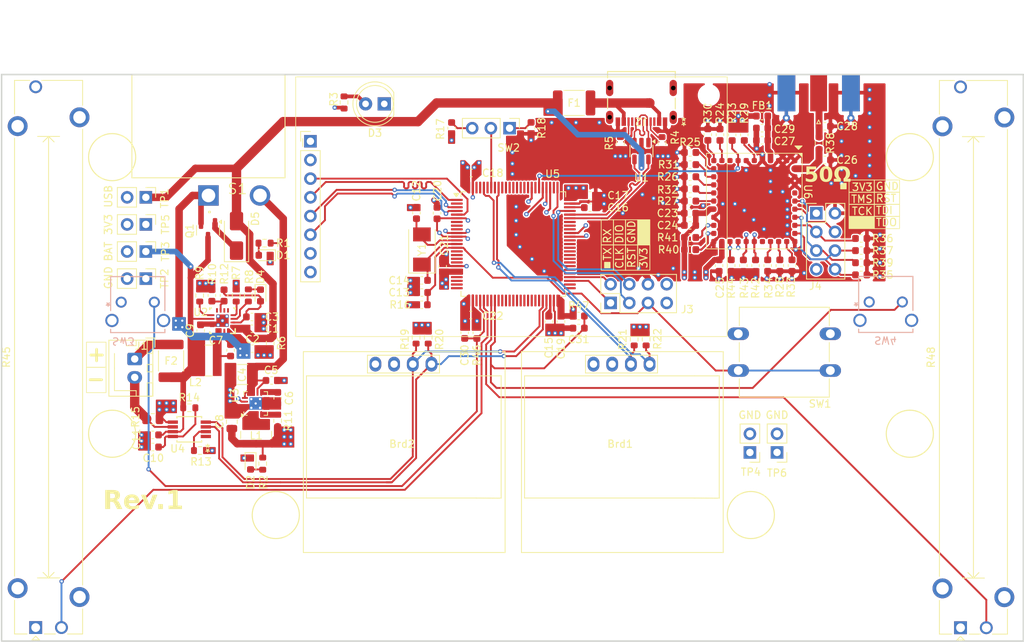
<source format=kicad_pcb>
(kicad_pcb (version 20241229) (generator "pcbnew") (generator_version "9.0")
  (layers (0 "F.Cu" signal) (4 "In1.Cu" signal) (6 "In2.Cu" signal) (2 "B.Cu" signal) (13 "F.Paste" user) (15 "B.Paste" user) (5 "F.SilkS" user "F.Silkscreen") (7 "B.SilkS" user "B.Silkscreen") (1 "F.Mask" user) (3 "B.Mask" user) (25 "Edge.Cuts" user))
  (net 0 "")
  (net 1 "+3V3")
  (net 2 "/MCU/I2C2_SDA")
  (net 3 "GNDA")
  (net 4 "/MCU/I2C2_SCL")
  (net 5 "/MCU/I2C1_SDA")
  (net 6 "/MCU/I2C1_SCL")
  (net 7 "/MCU/OSC_IN")
  (net 8 "/Connectors/NRST")
  (net 9 "/MCU/OSC_OUT")
  (net 10 "Net-(C7-Pad1)")
  (net 11 "VDD_BATT")
  (net 12 "Net-(D1-A)")
  (net 13 "Net-(D2-A)")
  (net 14 "/Outputs/LCD_RST")
  (net 15 "/Connectors/USART_TX")
  (net 16 "/Connectors/SWCLK")
  (net 17 "/Connectors/USART_RX")
  (net 18 "/Connectors/SWDIO")
  (net 19 "/Connectors/RF_ANT")
  (net 20 "/Inputs/Button_R")
  (net 21 "/Inputs/Slider_R")
  (net 22 "VDD_USB")
  (net 23 "/Inputs/Button_L")
  (net 24 "/Inputs/Slider_L")
  (net 25 "/MCU/SPI4_SCLK")
  (net 26 "/MCU/SPI4_MOSI")
  (net 27 "/MCU/ALERT_GPIO")
  (net 28 "/Power/REGN")
  (net 29 "Net-(C15-Pad1)")
  (net 30 "VDD_LOAD")
  (net 31 "Net-(D4-K)")
  (net 32 "VDD_LOAD_PRE_SW")
  (net 33 "GND_BATT")
  (net 34 "/Connectors/CON_USB_D+")
  (net 35 "/Connectors/CON_USB_D-")
  (net 36 "Net-(D5-K)")
  (net 37 "/MCU/SDMMC1_CMD")
  (net 38 "/MCU/SDMMC1_D1")
  (net 39 "/MCU/SDMMC1_CK")
  (net 40 "/MCU/SDMMC1_D2")
  (net 41 "/MCU/SDMMC1_D3")
  (net 42 "/MCU/SDMMC1_D0")
  (net 43 "/MCU/SPI4_CS")
  (net 44 "/MCU/SPI4_DC")
  (net 45 "/Connectors/RF_TDI")
  (net 46 "/Connectors/RF_TCK")
  (net 47 "/Connectors/RF_nSRST")
  (net 48 "/Connectors/RF_TMS")
  (net 49 "/Connectors/RF_nTRST")
  (net 50 "/Connectors/RF_TDO")
  (net 51 "VDD_FEM")
  (net 52 "/MCU/RF_RESET")
  (net 53 "/RF/BUSY")
  (net 54 "Net-(U3-SS{slash}TR)")
  (net 55 "Net-(U2-BTST)")
  (net 56 "Net-(U4-VIN)")
  (net 57 "Net-(C16-Pad1)")
  (net 58 "Net-(U6-ANT_WIFI)")
  (net 59 "Net-(D3-A)")
  (net 61 "Net-(J2-DP1)")
  (net 62 "Net-(J2-DN1)")
  (net 64 "Net-(J2-CC1)")
  (net 65 "Net-(J2-CC2)")
  (net 67 "Net-(L1-Pad1)")
  (net 68 "Net-(U2-ICHG)")
  (net 69 "Net-(U2-STAT)")
  (net 70 "Net-(U2-VSET)")
  (net 71 "Net-(U2-TS)")
  (net 72 "Net-(U3-PG)")
  (net 73 "Net-(U4-ROSC)")
  (net 74 "Net-(SW2-C)")
  (net 75 "Net-(SW2-A)")
  (net 76 "Net-(U6-GPIO2)")
  (net 77 "Net-(U6-GPIO4)")
  (net 78 "Net-(U6-GPIO6)")
  (net 79 "Net-(U6-GPIO8)")
  (net 80 "Net-(U6-WAKEUP_IN)")
  (net 81 "Net-(U6-GPIO1)")
  (net 82 "Net-(U6-GPIO3)")
  (net 83 "Net-(U6-GPIO5)")
  (net 84 "Net-(U6-GPIO7)")
  (net 85 "Net-(U6-GPIO9)")
  (net 86 "Net-(SW2-B)")
  (net 148 "Net-(F1-Pad2)")
  (net 149 "Net-(J1-Pin_1)")
  (footprint "Connector_PinHeader_2.54mm:PinHeader_1x02_P2.54mm_Vertical" (layer "F.Cu") (at 185.928 94.361 180)
    (property "Reference" "TP6")
    (property "Value" "TestPoint")
  )
  (footprint "Capacitor_SMD:C_0603_1608Metric" (layer "F.Cu") (at 144.332226 75.691602 180)
    (property "Reference" "C22")
    (property "Value" "0.1uF/10V")
  )
  (footprint "Resistor_SMD:R_0603_1608Metric" (layer "F.Cu") (at 136.906 78.74 90)
    (property "Reference" "R19")
    (property "Value" "4.7kohm")
  )
  (footprint "Resistor_SMD:R_0603_1608Metric" (layer "F.Cu") (at 107.524002 73.025 -90)
    (property "Reference" "R9")
    (property "Value" "220ohm")
  )
  (footprint "STC3100IST:MiniSO8_STM" (layer "F.Cu") (at 106.109 91.2175 180)
    (property "Reference" "U4")
    (property "Value" "STC3100IST")
  )
  (footprint "Connector_PinHeader_2.54mm:PinHeader_1x03_P2.54mm_Vertical" (layer "F.Cu") (at 149.606 50.292 -90)
    (property "Reference" "SW2")
    (property "Value" "SW_SPDT")
  )
  (footprint "Capacitor_SMD:C_0603_1608Metric" (layer "F.Cu") (at 109.175002 73.025 90)
    (property "Reference" "R10")
    (property "Value" "10kohm")
  )
  (footprint "Capacitor_SMD:C_0603_1608Metric" (layer "F.Cu") (at 144.399 56.388)
    (property "Reference" "C18")
    (property "Value" "0.1uF/10V")
  )
  (footprint "LED_SMD:LED_0603_1608Metric" (layer "F.Cu") (at 115.779002 73.025 -90)
    (property "Reference" "D4")
    (property "Value" "LED")
  )
  (footprint "Capacitor_SMD:C_0603_1608Metric" (layer "F.Cu") (at 197.358 70.231 180)
    (property "Reference" "R35")
    (property "Value" "10k")
  )
  (footprint "Capacitor_SMD:C_0603_1608Metric" (layer "F.Cu") (at 137.668 74.295)
    (property "Reference" "R16")
    (property "Value" "10kohm")
  )
  (footprint "Connector_PinHeader_2.54mm:PinHeader_2x04_P2.54mm_Vertical" (layer "F.Cu") (at 163.322 74.041 90)
    (property "Reference" "J3")
    (property "Value" "MCU_IF")
  )
  (footprint "Capacitor_SMD:C_0603_1608Metric" (layer "F.Cu") (at 197.358 66.929 180)
    (property "Reference" "R37")
    (property "Value" "10k")
  )
  (footprint "Package_QFP:LQFP-100_14x14mm_P0.5mm" (layer "F.Cu") (at 150.114 66.04)
    (property "Reference" "U5")
    (property "Value" "STM32H743VGTx")
  )
  (footprint "Fuse:Fuse_1812_4532Metric_Pad1.30x3.40mm_HandSolder" (layer "F.Cu") (at 158.369 46.863)
    (property "Reference" "F1")
    (property "Value" "3A Hold")
  )
  (footprint "Resistor_SMD:R_0603_1608Metric" (layer "F.Cu") (at 117.094 79.502 90)
    (property "Reference" "R6")
    (property "Value" "100kohm")
  )
  (footprint "Capacitor_SMD:C_0603_1608Metric" (layer "F.Cu") (at 101.156 93.6305)
    (property "Reference" "C10")
    (property "Value" "0.22uF/10V")
  )
  (footprint "PTA6043-2015CPB103:PTA6043-2015CPB103" (layer "F.Cu") (at 85.25 118.164 90)
    (property "Reference" "R45")
    (property "Value" "PTA6043-2015CPB103")
  )
  (footprint "Capacitor_SMD:C_0603_1608Metric" (layer "F.Cu") (at 176.53 51.168 90)
    (property "Reference" "R30")
    (property "Value" "10k")
  )
  (footprint "Connector_PinHeader_2.54mm:PinHeader_2x04_P2.54mm_Vertical" (layer "F.Cu") (at 191.262 61.849)
    (property "Reference" "J4")
    (property "Value" "RF_IF")
  )
  (footprint "Capacitor_SMD:C_0603_1608Metric" (layer "F.Cu") (at 160.528 61.087)
    (property "Reference" "C16")
    (property "Value" "2.2uF/10V")
  )
  (footprint "Capacitor_SMD:C_0603_1608Metric" (layer "F.Cu") (at 118.11 86.982 90)
    (property "Reference" "C6")
    (property "Value" "3.3nF/10V")
  )
  (footprint "BQ25303JRTER:RTE0016C" (layer "F.Cu") (at 110.617003 76.453997 180)
    (property "Reference" "U2")
    (property "Value" "BQ25303JRTER")
  )
  (footprint "SSD1306:128x64OLED" (layer "F.Cu") (at 135 92.960414)
    (property "Reference" "Brd2")
    (property "Value" "SSD1306")
  )
  (footprint "MountingHole:MountingHole_3.2mm_M3" (layer "F.Cu") (at 95.631 91.821)
    (property "Reference" "REF**" (hide yes))
    (property "Value" "MountingHole_3.2mm_M3")
  )
  (footprint "Capacitor_SMD:C_0805_2012Metric" (layer "F.Cu") (at 111.887 90.17 -90)
    (property "Reference" "C8")
    (property "Value" "22uF/10V")
  )
  (footprint "MountingHole:MountingHole_3.2mm_M3" (layer "F.Cu") (at 182.372 102.87)
    (property "Reference" "REF**" (hide yes))
    (property "Value" "MountingHole_3.2mm_M3")
  )
  (footprint "Resistor_SMD:R_0603_1608Metric" (layer "F.Cu") (at 170.307 52.324 90)
    (property "Reference" "R4")
    (property "Value" "5.11kohm")
  )
  (footprint "Resistor_SMD:R_0603_1608Metric" (layer "F.Cu") (at 106.109 88.2965)
    (property "Reference" "R14")
    (property "Value" "1kohm")
  )
  (footprint "Capacitor_SMD:C_0603_1608Metric" (layer "F.Cu") (at 197.358 68.58 180)
    (property "Reference" "R39")
    (property "Value" "10k")
  )
  (footprint "Capacitor_SMD:C_0603_1608Metric" (layer "F.Cu") (at 181.356 68.974 -90)
    (property "Reference" "R43")
    (property "Value" "10k")
  )
  (footprint "R1966ABLKBLKGR:SW_R1966ABLKBLKGR" (layer "F.Cu") (at 108.712 59.436 180)
    (property "Reference" "S1")
    (property "Value" "R1966ABLKBLKGR")
  )
  (footprint "Capacitor_SMD:C_0603_1608Metric" (layer "F.Cu") (at 186.309 68.961 -90)
    (property "Reference" "R28")
    (property "Value" "10k")
  )
  (footprint "Resistor_SMD:R_0603_1608Metric" (layer "F.Cu") (at 118.11 90.043 -90)
    (property "Reference" "R11")
    (property "Value" "100kohm")
  )
  (footprint "Package_TO_SOT_SMD:SOT-23-6" (layer "F.Cu") (at 167.513 53.395 -90)
    (property "Reference" "U1")
    (property "Value" "USBLC6-2SC6")
  )
  (footprint "MountingHole:MountingHole_3.2mm_M3" (layer "F.Cu") (at 95.631 54.229)
    (property "Reference" "REF**" (hide yes))
    (property "Value" "MountingHole_3.2mm_M3")
  )
  (footprint "MountingHole:MountingHole_3.2mm_M3" (layer "F.Cu") (at 203.962 54.229)
    (property "Reference" "REF**" (hide yes))
    (property "Value" "MountingHole_3.2mm_M3")
  )
  (footprint "Capacitor_SMD:C_0603_1608Metric" (layer "F.Cu") (at 174.13 60.198 180)
    (property "Reference" "R27")
    (property "Value" "10k")
  )
  (footprint "LED_THT:LED_D5.0mm" (layer "F.Cu") (at 132.588 46.99 180)
    (property "Reference" "D3")
    (property "Value" "LED")
  )
  (footprint "Capacitor_SMD:C_0603_1608Metric" (layer "F.Cu") (at 174.13 58.547 180)
    (property "Reference" "R32")
    (property "Value" "10k")
  )
  (footprint "Resistor_SMD:R_0603_1608Metric" (layer "F.Cu") (at 116.078 95.885 -90)
    (property "Reference" "R2")
    (property "Value" "220ohm")
  )
  (footprint "Package_TO_SOT_SMD:SOT-23" (layer "F.Cu") (at 108.651 64.1835 -90)
    (property "Reference" "Q1")
    (property "Value" "DMG2301L")
  )
  (footprint "Package_DFN_QFN:VQFN-16-1EP_3x3mm_P0.5mm_EP1.68x1.68mm_ThermalVias" (layer "F.Cu") (at 115.1235 87.7068 90)
    (property "Reference" "U3")
    (property "Value" "TPS62132")
  )
  (footprint "Capacitor_SMD:C_0603_1608Metric" (layer "F.Cu") (at 158.991 77.47 180)
    (property "Reference" "C31")
    (property "Value" "0.1uF/10V")
  )
  (footprint "2inch_LCD:2inch_LCD" (layer "F.Cu") (at 122.56 60.96)
    (property "Reference" "J6" (hide yes))
    (property "Value" "Conn_01x08_Pin" (hide yes))
  )
  (footprint "Capacitor_SMD:C_0603_1608Metric" (layer "F.Cu") (at 154.94 76.581 -90)
    (property "Reference" "C15")
    (property "Value" "2.2uF/10V")
  )
  (footprint "Connector_PinHeader_2.54mm:PinHeader_1x02_P2.54mm_Vertical" (layer "F.Cu") (at 182.245 94.366 180)
    (property "Reference" "TP4")
    (property "Value" "TestPoint")
  )
  (footprint "Capacitor_SMD:C_0603_1608Metric" (layer "F.Cu") (at 181.483 51.181 90)
    (property "Reference" "R29")
    (property "Value" "10k")
  )
  (footprint "FGH100M:FGH100MABMD" (layer "F.Cu") (at 182.841 60.198 -90)
    (property "Reference" "U6")
    (property "Value" "~")
  )
  (footprint "Capacitor_SMD:C_0603_1608Metric" (layer "F.Cu") (at 174.13 56.896 180)
    (property "Reference" "R26")
    (property "Value" "10k")
  )
  (footprint "SSD1306:128x64OLED" (layer "F.Cu") (at 164.62 92.960414)
    (property "Reference" "Brd1")
    (property "Value" "SSD1306")
  )
  (footprint "Resistor_SMD:R_0603_1608Metric" (layer "F.Cu") (at 164.655 52.324 90)
    (property "Reference" "R5")
    (property "Value" "5.11kohm")
  )
  (footprint "Capacitor_SMD:C_0603_1608Metric" (layer "F.Cu") (at 139.755 61.833 90)
    (property "Reference" "C20")
    (property "Value" "0.1uF/10V")
  )
  (footprint "Capacitor_SMD:C_0603_1608Metric" (layer "F.Cu") (at 197.358 65.278 180)
    (property "Reference" "R36")
    (property "Value" "10k")
  )
  (footprint "Capacitor_SMD:C_0603_1608Metric" (layer "F.Cu") (at 141.732 50.292 -90)
    (property "Reference" "R17")
    (property "Value" "10k")
  )
  (footprint "Capacitor_SMD:C_0603_1608Metric" (layer "F.Cu") (at 174.117 66.802 180)
    (property "Reference" "R40")
    (property "Value" "10k")
  )
  (footprint "Capacitor_SMD:C_0603_1608Metric" (layer "F.Cu") (at 160.528 59.436)
    (property "Reference" "C17")
    (property "Value" "0.1uF/10V")
  )
  (footprint "Capacitor_SMD:C_0603_1608Metric" (layer "F.Cu") (at 101.156 91.9795 180)
    (property "Reference" "C11")
    (property "Value" "1uF/10V")
  )
  (footprint "Capacitor_SMD:C_0603_1608Metric" (layer "F.Cu") (at 156.591 76.581 -90)
    (property "Reference" "C19")
    (property "Value" "0.1uF/10V")
  )
  (footprint "Resistor_SMD:R_0603_1608Metric" (layer "F.Cu") (at 107.569 94.107)
    (property "Reference" "R13")
    (property "Value" "200kohm 0.1%")
  )
  (footprint "Capacitor_SMD:C_0603_1608Metric" (layer "F.Cu") (at 137.689 70.974 180)
    (property "Reference" "C14")
    (property "Value" "18pF/10V")
  )
  (footprint "Capacitor_SMD:C_0603_1608Metric" (layer "F.Cu") (at 114.681 80.264 180)
    (property "Reference" "C2")
    (property "Value" "10uF/10V")
  )
  (footprint "Capacitor_SMD:C_0603_1608Metric" (layer "F.Cu") (at 174.13 53.594 180)
    (property "Reference" "R25")
    (property "Value" "10k")
  )
  (footprint "Capacitor_SMD:C_0603_1608Metric" (layer "F.Cu") (at 179.705 68.961 -90)
    (property "Reference" "R44")
    (property "Value" "10k")
  )
  (footprint "Resistor_SMD:R_0603_1608Metric" (layer "F.Cu") (at 112.477002 73.025 -90)
    (property "Reference" "R7")
    (property "Value" "13kohm")
  )
  (footprint "Capacitor_SMD:C_0603_1608Metric" (layer "F.Cu") (at 174.104 61.849 180)
    (property "Reference" "C23")
    (property "Value" "10uF/10V")
  )
  (footprint "LED_SMD:LED_0603_1608Metric" (layer "F.Cu") (at 114.427 95.885 -90)
    (property "Reference" "D2")
    (property "Value" "LED")
  )
  (footprint "Resistor_SMD:R_0603_1608Metric" (layer "F.Cu") (at 168.148 78.994 90)
    (property "Reference" "R22")
    (property "Value" "4.7kohm")
  )
  (footprint "MountingHole:MountingHole_3.2mm_M3" (layer "F.Cu") (at 203.962 91.821)
    (property "Reference" "REF**" (hide yes))
    (property "Value" "MountingHole_3.2mm_M3")
  )
  (footprint "Capacitor_SMD:C_0603_1608Metric" (layer "F.Cu") (at 192.405 54.61)
    (property "Reference" "C26")
    (property "Value" "DNP")
  )
  (footprint "Connector_JST:JST_XH_B2B-XH-AM_1x02_P2.50mm_Vertical" (layer "F.Cu") (at 98.696 81.661 -90)
    (property "Reference" "J1")
    (property "Value" "Conn_01x02")
  )
  (footprint "Connector_Coaxial:SMA_Molex_73251-1153_EdgeMount_Horizontal" (layer "F.Cu") (at 191.578 47.186 -90)
    (property "Reference" "J5" (hide yes))
    (property "Value" "ANT_IF")
  )
  (footprint "Capacitor_SMD:C_0603_1608Metric" (layer "F.Cu") (at 114.636002 77.551998)
    (property "Reference" "C1")
    (property "Value" "2.2uF/10V")
  )
  (footprint "Fuse:Fuse_1812_4532Metric_Pad1.30x3.40mm_HandSolder" (layer "F.Cu") (at 103.632 81.915 90)
    (property "Reference" "F2")
    (property "Value" "3A Hold")
  )
  (footprint "Resistor_SMD:R_0603_1608Metric" (layer "F.Cu") (at 127.127 46.8 90)
    (property "Reference" "R3")
    (property "Value" "220ohm")
  )
  (footprint "Inductor_SMD:L_Wuerth_MAPI-4030" (layer "F.Cu") (at 108.752002 81.869998 180)
    (property "Reference" "L2")
    (property "Value" "1uH")
  )
  (footprint "Capacitor_SMD:C_0603_1608Metric" (layer "F.Cu") (at 179.832 51.194 90)
    (property "Reference" "R23")
    (property "Value" "10k")
  )
  (footprint "Button_Switch_THT:SW_SPST_Omron_B3F-40xx" (layer "F.Cu") (at 180.667 78.232)
    (property "Reference" "SW1")
    (property "Value" "SW_Push")
  )
  (footprint "LED_SMD:LED_0603_1608Metric" (layer "F.Cu") (at 116.332 67.564 180)
    (property "Reference" "D1")
    (property "Value" "LED")
  )
  (footprint "Resistor_SMD:R_0603_1608Metric" (layer "F.Cu") (at 191.643 52.324 -90)
    (property "Reference" "R38")
    (property "Value" "0ohm")
  )
  (footprint "Capacitor_SMD:C_0603_1608Metric" (layer "F.Cu") (at 192.405 50.038)
    (property "Reference" "C28")
    (property "Value" "DNP")
  )
  (footprint "Capacitor_SMD:C_0603_1608Metric" (layer "F.Cu") (at 174.13 55.245 180)
    (property "Reference" "R31")
    (property "Value" "10k")
  )
  (footprint "Resistor_SMD:R_0603_1608Metric" (layer "F.Cu") (at 114.128002 73.025 -90)
    (property "Reference" "R8")
    (property "Value" "220ohm")
  )
  (footprint "Capacitor_SMD:C_0603_1608Metric" (layer "F.Cu") (at 114.636002 75.946 180)
    (property "Reference" "C3")
    (property "Value" "2.2uF/10V")
  )
  (footprint "Capacitor_SMD:C_0603_1608Metric" (layer "F.Cu") (at 107.651002 77.805998 90)
    (property "Reference" "C9")
    (property "Value" "10uF/10V")
  )
  (footprint "Capacitor_SMD:C_0603_1608Metric" (layer "F.Cu") (at 110.826002 73.025 -90)
    (property "Reference" "R12")
    (property "Value" "10kohm")
  )
  (footprint "Capacitor_SMD:C_0603_1608Metric" (layer "F.Cu") (at 183.896 51.943 180)
    (property "Reference" "C27")
    (property "Value" "10uF/10V")
  )
  (footprint "Capacitor_SMD:C_0603_1608Metric" (layer "F.Cu") (at 174.117 63.5 180)
    (property "Reference" "C24")
    (property "Value" "0.1uF/10V")
  )
  (footprint "Capacitor_SMD:C_0603_1608Metric" (layer "F.Cu") (at 158.991 75.819 180)
    (property "Reference" "R47")
    (property "Value" "10kohm")
  )
  (footprint "Connector_PinHeader_2.54mm:PinHeader_1x02_P2.54mm_Vertical" (layer "F.Cu") (at 100.208 59.69 -90)
    (property "Reference" "TP1")
    (property "Value" "TestPoint")
  )
  (footprint "Inductor_SMD:L_Wuerth_MAPI-4030" (layer "F.Cu") (at 115.189 91.99 -90)
    (property "Reference" "L1")
    (property "Value" "2.2uH")
  )
  (footprint "PTA6043-2015CPB103:PTA6043-2015CPB103" (layer "F.Cu") (at 210.848 118.188 90)
    (property "Reference" "R48")
    (property "Value" "PTA6043-2015CPB103")
  )
  (footprint "Connector_PinHeader_2.54mm:PinHeader_1x02_P2.54mm_Vertical" (layer "F.Cu") (at 100.208 70.739 -90)
    (property "Reference" "TP2")
    (property "Value" "TestPoint")
  )
  (footprint "Capacitor_SMD:C_0603_1608Metric" (layer "F.Cu") (at 174.117 65.151 180)
    (property "Reference" "R41")
    (property "Value" "10k")
  )
  (footprint "Capacitor_SMD:C_0603_1608Metric" (layer "F.Cu") (at 187.96 68.961 -90)
    (property "Reference" "R33")
    (property "Value" "10k")
  )
  (footprint "Capacitor_SMD:C_0603_1608Metric" (layer "F.Cu") (at 117.2949 84.582 180)
    (property "Reference" "C5")
    (property "Value" "0.1uF/10V")
  )
  (footprint "Capacitor_SMD:C_0603_1608Metric" (layer "F.Cu") (at 145.161 78.105 90)
    (property "Reference" "R46")
    (property "Value" "10kohm")
  )
  (footprint "Resistor_SMD:R_0603_1608Metric" (layer "F.Cu") (at 138.557 78.74 90)
    (property "Reference" "R20")
    (property "Value" "4.7kohm")
  )
  (footprint "Capacitor_SMD:C_0603_1608Metric" (layer "F.Cu") (at 137.702 72.625 180)
    (property "Reference" "C13")
    (property "Value" "18pF/10V")
  )
  (footprint "MountingHole:MountingHole_3.2mm_M3" (layer "F.Cu") (at 117.856 102.87)
    (property "Reference" "REF**" (hide yes))
    (property "Value" "MountingHole_3.2mm_M3")
  )
  (footprint "Capacitor_SMD:C_0603_1608Metric" (layer "F.Cu") (at 183.896 50.292 180)
    (property "Reference" "C29")
    (property "Value" "0.1uF/10V")
  )
  (footprint "Capacitor_SMD:C_0603_1608Metric" (layer "F.Cu") (at 184.658 68.961 -90)
    (property "Reference" "R34")
    (property "Value" "10k")
  )
  (footprint "Resistor_SMD:R_0805_2012Metric" (layer "F.Cu") (at 101.156 89.8205 180)
    (property "Reference" "R15")
    (property "Value" "20mohm 1%")
  )
  (footprint "Crystal:Crystal_SMD_Abracon_ABM3-2Pin_5.0x3.2mm" (layer "F.Cu") (at 137.702 66.783 90)
    (property "Reference" "Y1")
    (property "Value" "Crystal")
  )
  (footprint "Capacitor_SMD:C_0603_1608Metric" (layer "F.Cu") (at 178.054 68.961 -90)
    (property "Reference" "C25")
    (property "Value" "0.1uF/10V")
  )
  (footprint "Connector_PinHeader_2.54mm:PinHeader_1x02_P2.54mm_Vertical" (layer "F.Cu") (at 100.208 67.056 -90)
    (property "Reference" "TP3")
    (property "Value" "TestPoint")
  )
  (footprint "Capacitor_SMD:C_0603_1608Metric" (layer "F.Cu") (at 152.527 50.279 -90)
    (property "Reference" "R18")
    (property "Value" "10k")
  )
  (footprint "Resistor_SMD:R_0603_1608Metric" (layer "F.Cu") (at 166.527 78.994 90)
    (property "Reference" "R21")
    (property "Value" "4.7kohm")
  )
  (footprint "Capacitor_SMD:C_0603_1608Metric" (layer "F.Cu") (at 136.961 61.817 90)
    (property "Reference" "C12")
    (property "Value" "18pF/10V")
  )
  (footprint "Capacitor_SMD:C_1210_3225Metric" (layer "F.Cu") (at 113.333 83.7692)
    (property "Reference" "C4")
    (property "Value" "10uF/10V")
  )
  (footprint "Capacitor_SMD:C_0603_1608Metric" (layer "F.Cu") (at 140.517 69.072 90)
    (property "Reference" "C21")
    (property "Value" "0.1uF/10V")
  )
  (footprint "Resistor_SMD:R_0603_1608Metric" (layer "F.Cu") (at 116.332 65.913 180)
    (property "Reference" "R1")
    (property "Value" "220ohm")
  )
  (footprint "Capacitor_SMD:C_0603_1608Metric" (layer "F.Cu") (at 111.715002 80.485998 90)
    (property "Reference" "C7")
    (property "Value" "47nF/10V")
  )
  (footprint "Capacitor_SMD:C_0603_1608Metric" (layer "F.Cu") (at 143.51 78.092 90)
    (property "Reference" "C30")
    (property "Value" "0.1uF/10V")
  )
  (footprint "Capacitor_SMD:C_0603_1608Metric" (layer "F.Cu") (at 178.181 51.181 90)
    (property "Reference" "R24")
    (property "Value" "10k")
  )
  (footprint "Diode_SMD:D_SMA" (layer "F.Cu") (at 112.522 64.929 90)
    (property "Reference" "D5")
    (property "Value" "SK54A-LTP")
  )
  (footprint "Capacitor_SMD:C_0603_1608Metric" (layer "F.Cu") (at 183.896 48.641)
    (property "Reference" "FB1")
    (property "Value" "FerriteBead")
  )
  (footprint "Capacitor_SMD:C_0603_1608Metric" (layer "F.Cu") (at 183.007 68.974 -90)
    (property "Reference" "R42")
    (property "Value" "10k")
  )
  (footprint "USB-C 2171790001:2171790001_MOL" (layer "F.Cu") (at 167.513 46.101 180)
    (property "Reference" "J2")
    (property "Value" "2171790001")
  )
  (footprint "Connector_PinHeader_2.54mm:PinHeader_1x02_P2.54mm_Vertical" (layer "F.Cu") (at 100.208 63.373 -90)
    (property "Reference" "TP5")
    (property "Value" "TestPoint")
  )
  (footprint "SW2_1825027-C_TEC:SW2_1825027-C_TEC" (layer "B.Cu") (at 198.445999 73.914)
    (property "Reference" "SW4")
    (property "Value" "1825027-8")
  )
  (footprint "SW2_1825027-C_TEC:SW2_1825027-C_TEC" (layer "B.Cu") (at 96.860999 73.936051)
    (property "Reference" "SW3")
    (property "Value" "1825027-8")
  )
  (gr_poly (pts (xy 117.348 93.599) (xy 120.269 93.599) (xy 120.269 90.932) (xy 118.618 90.932) (xy 118.618 92.329) (xy 118.11 92.837) (xy 117.348 92.837)) (stroke (width 0.2)) (fill yes) (layer "F.Cu") (net 1))
  (gr_poly (pts (xy 107.143002 72.517) (xy 107.143002 70.993) (xy 109.556002 70.993) (xy 109.556002 72.517)) (stroke (width 0.2)) (fill yes) (layer "F.Cu") (net 3))
  (gr_poly (pts (xy 109.759202 77.577398) (xy 109.759202 78.694998) (xy 109.403602 79.050598) (xy 109.403602 83.876598) (xy 110.394202 83.876598) (xy 110.394202 77.577398)) (stroke (width 0.2)) (fill yes) (layer "F.Cu") (net 10))
  (gr_poly (pts (xy 157.099 60.071) (xy 158.623 60.071) (xy 158.877 59.817) (xy 160.147 59.817) (xy 160.147 58.039) (xy 157.099 58.039) (xy 157.099 59.944)) (stroke (width 0.2)) (fill yes) (layer "F.Cu") (net 1))
  (gr_poly (pts (xy 111.334002 78.567998) (xy 111.588002 78.821998) (xy 112.141 78.821998) (xy 112.649 79.375) (xy 112.649 81.488998) (xy 114.3 81.488998) (xy 114.3 79.629) (xy 113.013608 78.375517) (xy 112.251608 78.375517) (xy 111.461961 77.577884) (xy 111.334961 77.577884)) (stroke (width 0.2)) (fill yes) (layer "F.Cu") (net 32))
  (gr_poly (pts (xy 115.44374 88.847867) (xy 114.30074 88.847867) (xy 113.41173 89.7119) (xy 113.411 91.186) (xy 116.967 91.186) (xy 116.967 89.916) (xy 115.697 89.916) (xy 115.443 89.662)) (stroke (width 0.2)) (fill yes) (layer "F.Cu") (net 67))
  (gr_rect (start 135.818 70.596) (end 137.342 73.009) (stroke (width 0.2)) (fill yes) (layer "F.Cu") (net 3))
  (gr_rect (start 135.6995 73.914) (end 137.3505 74.676) (stroke (width 0.2)) (fill yes) (layer "F.Cu") (net 1))
  (gr_rect (start 115.062 79.883) (end 117.475 81.534) (stroke (width 0.2)) (fill yes) (layer "F.Cu") (net 3))
  (gr_poly (pts (xy 115.8347 89.535) (xy 118.4509 89.535) (xy 118.4509 88.9254) (xy 115.8347 88.9254)) (stroke (width 0.2)) (fill yes) (layer "F.Cu") (net 72))
  (gr_poly (pts (xy 156.718 48.514) (xy 154.305 48.514) (xy 154.305 46.355) (xy 156.718 46.355)) (stroke (width 0.2)) (fill yes) (layer "F.Cu") (net 22))
  (gr_rect (start 140.136 69.4784) (end 143.184 70.1134) (stroke (width 0.2)) (fill yes) (layer "F.Cu") (net 1))
  (gr_rect (start 157.861 74.549) (end 158.623 76.2) (stroke (width 0.2)) (fill yes) (layer "F.Cu") (net 1))
  (gr_rect (start 163.576 52.832) (end 165.735 54.483) (stroke (width 0.2)) (fill yes) (layer "F.Cu") (net 3))
  (gr_rect (start 136.525 76.708) (end 138.938 78.232) (stroke (width 0.2)) (fill yes) (layer "F.Cu") (net 1))
  (gr_rect (start 141.351 50.673) (end 142.113 52.324) (stroke (width 0.2)) (fill yes) (layer "F.Cu") (net 1))
  (gr_poly (pts (xy 112.096002 72.517) (xy 112.096002 70.993) (xy 112.858002 70.993) (xy 112.858002 72.517)) (stroke (width 0.2)) (fill yes) (layer "F.Cu") (net 3))
  (gr_poly (pts (xy 101.664 90.2015) (xy 101.664 87.2805) (xy 104.331 87.2805) (xy 104.331 88.9315) (xy 102.934 88.9315) (xy 102.426 89.4395) (xy 102.426 90.2015)) (stroke (width 0.2)) (fill yes) (layer "F.Cu") (net 3))
  (gr_rect (start 140.136 69.4784) (end 141.279 72.1454) (stroke (width 0.2)) (fill yes) (layer "F.Cu") (net 1))
  (gr_poly (pts (xy 111.759345 77.099052) (xy 111.76 77.343) (xy 112.395 77.978) (xy 114.3 77.978) (xy 114.299345 77.099052)) (stroke (width 0.2)) (fill yes) (layer "F.Cu") (net 22))
  (gr_rect (start 179.40773 48.133) (end 181.94773 50.8) (stroke (width 0.2)) (fill yes) (layer "F.Cu") (net 1))
  (gr_rect (start 115.062 75.520002) (end 116.586 77.933002) (stroke (width 0.2)) (fill yes) (layer "F.Cu") (net 3))
  (gr_rect (start 113.157 94.742) (end 114.808 95.504) (stroke (width 0.2)) (fill yes) (layer "F.Cu") (net 3))
  (gr_poly (pts (xy 103.899 77.724) (xy 105.55 77.724) (xy 105.55 76.073) (xy 103.899 76.073)) (stroke (width 0.2)) (fill yes) (layer "F.Cu") (net 32))
  (gr_rect (start 99.251 91.5985) (end 100.775 94.0115) (stroke (width 0.2)) (fill yes) (layer "F.Cu") (net 3))
  (gr_rect (start 108.077 93.726) (end 109.601 94.488) (stroke (width 0.2)) (fill yes) (layer "F.Cu") (net 3))
  (gr_rect (start 152.146 50.66) (end 152.908 52.311) (stroke (width 0.2)) (fill yes) (layer "F.Cu") (net 3))
  (gr_poly (pts (xy 144.554537 59.05617) (xy 144.554537 55.37317) (xy 145.189537 54.73817) (xy 145.697537 54.73817) (xy 145.700243 56.590642) (xy 144.684243 57.479642) (xy 144.681537 59.05617)) (stroke (width 0.2)) (fill yes) (layer "F.Cu") (net 3))
  (gr_poly (pts (xy 108.159002 83.901998) (xy 108.159002 79.329998) (xy 108.159002 78.186998) (xy 106.000002 78.186998) (xy 106.000002 83.901998)) (stroke (width 0.2)) (fill yes) (layer "F.Cu") (net 11))
  (gr_rect (start 116.713 67.183) (end 117.475 68.834) (stroke (width 0.2)) (fill yes) (layer "F.Cu") (net 3))
  (gr_poly (pts (xy 144.144523 72.99803) (xy 144.144523 77.724) (xy 143.002 77.724) (xy 143.001523 73.88703) (xy 144.017523 72.99803)) (stroke (width 0.2)) (fill yes) (layer "F.Cu") (net 3))
  (gr_poly (pts (xy 144.145 59.055) (xy 144.145 55.372) (xy 143.51 54.737) (xy 143.002 54.737) (xy 143.002 58.166) (xy 144.018 59.055)) (stroke (width 0.2)) (fill yes) (layer "F.Cu") (net 1))
  (gr_poly (pts (xy 143.184 69.072) (xy 140.898 69.072) (xy 140.136 69.072) (xy 140.136 67.802) (xy 140.898 67.04) (xy 141.279 67.04) (xy 141.279 68.691) (xy 141.533 68.9958) (xy 143.184 68.9958)) (stroke (width 0.2)) (fill yes) (layer "F.Cu") (net 3))
  (gr_poly (pts (xy 155.194 76.2) (xy 154.559 76.2) (xy 154.559 75.438) (xy 155.067 74.93) (xy 155.067 73.025) (xy 155.194 73.025)) (stroke (width 0.2)) (fill yes) (layer "F.Cu") (net 29))
  (gr_rect (start 135.763 60.706) (end 137.414 61.468) (stroke (width 0.2)) (fill yes) (layer "F.Cu") (net 3))
  (gr_poly (pts (xy 160.909 61.468) (xy 160.909 59.055) (xy 162.814 59.055) (xy 162.814 60.96) (xy 162.306 60.96) (xy 161.798 61.468)) (stroke (width 0.2)) (fill yes) (layer "F.Cu") (net 3))
  (gr_poly (pts (xy 107.270002 76.662998) (xy 107.270002 77.170998) (xy 109.810002 77.170998) (xy 109.810002 76.662998)) (stroke (width 0.2)) (fill yes) (layer "F.Cu") (net 3))
  (gr_rect (start 179.36727 69.432454) (end 183.43127 70.956454) (stroke (width 0.2)) (fill yes) (layer "F.Cu") (net 1))
  (gr_rect (start 166.116 76.962) (end 168.529 78.486) (stroke (width 0.2)) (fill yes) (layer "F.Cu") (net 1))
  (gr_rect (start 117.729 84.201) (end 119.38 84.963) (stroke (width 0.2)) (fill yes) (layer "F.Cu") (net 3))
  (gr_poly (pts (xy 115.8347 86.4582) (xy 118.4509 86.4582) (xy 118.4509 85.8486) (xy 115.8347 85.8486)) (stroke (width 0.2)) (fill yes) (layer "F.Cu") (net 54))
  (gr_rect (start 154.554498 76.95803) (end 156.967498 78.48203) (stroke (width 0.2)) (fill yes) (layer "F.Cu") (net 3))
  (gr_poly (pts (xy 115.3775 88.4394) (xy 115.3775 86.9662) (xy 118.4763 86.9662) (xy 118.4763 88.4394)) (stroke (width 0.2)) (fill yes) (layer "F.Cu") (net 3))
  (gr_rect (start 169.3545 52.832) (end 171.5135 54.483) (stroke (width 0.2)) (fill yes) (layer "F.Cu") (net 3))
  (gr_poly (pts (xy 114.042975 86.588166) (xy 114.046 82.296) (xy 115.316 82.296) (xy 115.316 85.09) (xy 114.935 85.471) (xy 114.931975 86.588166)) (stroke (width 0.2)) (fill yes) (layer "F.Cu") (net 30))
  (gr_poly (pts (xy 144.554543 72.989194) (xy 144.554543 77.724) (xy 144.653 77.724) (xy 145.669 77.724) (xy 145.682863 75.485811) (xy 144.695406 74.596811) (xy 144.681543 72.989194)) (stroke (width 0.2)) (fill yes) (layer "F.Cu") (net 1))
  (gr_poly (pts (xy 112.395 82.296) (xy 112.395 85.217) (xy 112.141 85.471) (xy 112.141 87.376) (xy 112.649 87.884) (xy 114.046 87.884) (xy 114.808 87.884) (xy 114.808 88.4428) (xy 114.046 88.4428) (xy 112.8014 89.662) (xy 110.998 89.662) (xy 110.998 82.296)) (stroke (width 0.2)) (fill yes) (layer "F.Cu") (net 3))
  (gr_poly (pts (xy 156.083 73.025) (xy 156.083 74.422) (xy 156.21 74.6125) (xy 156.21 76.2) (xy 156.972 76.2) (xy 156.972 73.66) (xy 156.337 73.025)) (stroke (width 0.2)) (fill yes) (layer "F.Cu") (net 1))
  (gr_poly (pts (xy 112.649 81.534) (xy 114.3 81.534) (xy 114.3 79.629) (xy 112.649 79.629)) (stroke (width 0.2)) (fill yes) (layer "B.Cu") (net 32))
  (gr_poly (pts (xy 103.886 77.724) (xy 105.537 77.724) (xy 105.537 76.073) (xy 103.886 76.073)) (stroke (width 0.2)) (fill yes) (layer "B.Cu") (net 32))
  (gr_rect (start 195.707 62.2935) (end 199.136 63.9445) (stroke (width 0.1)) (fill yes) (layer "F.SilkS"))
  (gr_rect (start 163.703 62.738) (end 165.354 66.167) (stroke (width 0.1)) (fill no) (layer "F.SilkS"))
  (gr_rect (start 162.052 62.738) (end 163.703 66.167) (stroke (width 0.1)) (fill no) (layer "F.SilkS"))
  (gr_rect (start 165.354 62.738) (end 167.005 66.167) (stroke (width 0.1)) (fill no) (layer "F.SilkS"))
  (gr_rect (start 199.136 57.3405) (end 202.565 58.9915) (stroke (width 0.1)) (fill no) (layer "F.SilkS"))
  (gr_rect (start 167.005 62.738) (end 168.656 66.167) (stroke (width 0.1)) (fill yes) (layer "F.SilkS"))
  (gr_rect (start 194.564 57.785) (end 195.326 58.547) (stroke (width 0.1)) (fill yes) (layer "F.SilkS"))
  (gr_rect (start 199.136 60.6425) (end 202.565 62.2935) (stroke (width 0.1)) (fill no) (layer "F.SilkS"))
  (gr_rect (start 195.707 60.6425) (end 199.136 62.2935) (stroke (width 0.1)) (fill no) (layer "F.SilkS"))
  (gr_rect (start 167.005 66.167) (end 168.656 69.596) (stroke (width 0.1)) (fill no) (layer "F.SilkS"))
  (gr_rect (start 162.497886 68.514317) (end 163.259886 69.276317) (stroke (width 0.1)) (fill yes) (layer "F.SilkS"))
  (gr_rect (start 165.354 66.167) (end 167.005 69.596) (stroke (width 0.1)) (fill no) (layer "F.SilkS"))
  (gr_rect (start 195.707 57.3405) (end 199.136 58.9915) (stroke (width 0.1)) (fill no) (layer "F.SilkS"))
  (gr_rect (start 163.703 66.167) (end 165.354 69.596) (stroke (width 0.1)) (fill no) (layer "F.SilkS"))
  (gr_rect (start 162.052 66.167) (end 163.703 69.596) (stroke (width 0.1)) (fill no) (layer "F.SilkS"))
  (gr_rect (start 92.1385 82.804) (end 94.8055 86.233) (stroke (width 0.1)) (fill no) (layer "F.SilkS"))
  (gr_rect (start 195.707 58.9915) (end 199.136 60.6425) (stroke (width 0.1)) (fill no) (layer "F.SilkS"))
  (gr_rect (start 199.136 62.2935) (end 202.565 63.9445) (stroke (width 0.1)) (fill no) (layer "F.SilkS"))
  (gr_rect (start 92.1385 79.375) (end 94.8055 82.804) (stroke (width 0.1)) (fill no) (layer "F.SilkS"))
  (gr_rect (start 199.136 58.9915) (end 202.565 60.6425) (stroke (width 0.1)) (fill no) (layer "F.SilkS"))
  (gr_rect (start 80.619 43) (end 219.381 120) (stroke (width 0.2)) (fill no) (layer "Edge.Cuts"))
  (gr_text "3V3\nTMS\nTCK" (at 199.009 62.1665 0) (layer "F.SilkS") (effects (font (size 1.016 1.016) (thickness 0.1524) (bold yes)) (justify right bottom)))
  (gr_text "GND" (at 185.928 89.281 0) (layer "F.SilkS") (effects (font (size 1.016 1.016) (thickness 0.1524))))
  (gr_text "BAT" (at 95.123 67.056 90) (layer "F.SilkS") (effects (font (size 1.016 1.016) (thickness 0.1524))))
  (gr_text "GND\nRST\nTDI\nTDO" (at 199.263 63.6905 0) (layer "F.SilkS") (effects (font (size 1.016 1.016) (thickness 0.1524) (bold yes)) (justify left bottom)))
  (gr_text "RX\nDIO\nGND" (at 166.751 66.04 90) (layer "F.SilkS") (effects (font (size 1.016 1.016) (thickness 0.1524) (bold yes)) (justify left bottom)))
  (gr_text "TX\nCLK\nRST\n3V3" (at 162.306 66.421 90) (layer "F.SilkS") (effects (font (size 1.016 1.016) (thickness 0.1524) (bold yes)) (justify right top)))
  (gr_text "GND" (at 182.245 89.286 0) (layer "F.SilkS") (effects (font (size 1.016 1.016) (thickness 0.1524))))
  (gr_text "50Ω" (at 189.611 57.912 0) (layer "F.SilkS") (effects (font (size 2.032 2.032) (thickness 0.508) (bold yes)) (justify left bottom)))
  (gr_text "3V3" (at 95.123 63.373 90) (layer "F.SilkS") (effects (font (size 1.016 1.016) (thickness 0.1524))))
  (gr_text "Rev.1" (at 94.361 102.489 0) (layer "F.SilkS") (effects (font (size 2.54 2.54) (thickness 0.3) (bold yes)) (justify left bottom)))
  (gr_text "-" (at 94.9325 83.439 180) (layer "F.SilkS") (effects (font (size 2.032 2.032) (thickness 0.381) (bold yes)) (justify left bottom)))
  (gr_text "USB" (at 95.123 59.563 90) (layer "F.SilkS") (effects (font (size 1.016 1.016) (thickness 0.1524))))
  (gr_text "+" (at 92.0115 82.169 0) (layer "F.SilkS") (effects (font (size 2.032 2.032) (thickness 0.381) (bold yes)) (justify left bottom)))
  (gr_text "GND" (at 95.123 70.612 90) (layer "F.SilkS") (effects (font (size 1.016 1.016) (thickness 0.1524))))
  (segment (start 156.591 75.806) (end 158.203 75.806) (width 0.762) (layer "F.Cu") (net 1))
  (segment (start 173.342 65.05) (end 174.892 63.5) (width 0.635) (layer "F.Cu") (net 1))
  (segment (start 127 47.498) (end 127.127 47.625) (width 0.508) (layer "F.Cu") (net 1))
  (segment (start 178.429 67.811) (end 178.429 65.71) (width 0.762) (layer "F.Cu") (net 1))
  (segment (start 117.264 93.175) (end 118.11 92.329) (width 1.016) (layer "F.Cu") (net 1))
  (segment (start 125.857 47.498) (end 127 47.498) (width 0.508) (layer "F.Cu") (net 1))
  (segment (start 176.276 69.85) (end 176.276 69.342) (width 0.762) (layer "F.Cu") (net 1))
  (segment (start 111.887 91.12) (end 111.887 92.456) (width 1.016) (layer "F.Cu") (net 1))
  (segment (start 112.748616 87.036205) (end 112.775337 87.036205) (width 0.254) (layer "F.Cu") (net 1))
  (segment (start 158.203 75.806) (end 158.216 75.819) (width 0.762) (layer "F.Cu") (net 1))
  (segment (start 118.11 92.329) (end 118.11 90.868) (width 1.016) (layer "F.Cu") (net 1))
  (segment (start 173.342 69.85) (end 173.342 70.612) (width 0.762) (layer "F.Cu") (net 1))
  (segment (start 113.195932 87.4568) (end 113.661 87.4568) (width 0.254) (layer "F.Cu") (net 1))
  (segment (start 142.411436 62.538101) (end 143.658436 62.538101) (width 0.254) (layer "F.Cu") (net 1))
  (segment (start 111.887 92.456) (end 112.606 93.175) (width 1.016) (layer "F.Cu") (net 1))
  (segment (start 173.342 65.151) (end 173.342 65.05) (width 0.635) (layer "F.Cu") (net 1))
  (segment (start 112.606 93.175) (end 115.189 93.175) (width 1.016) (layer "F.Cu") (net 1))
  (segment (start 181.051873 48.641) (end 180.681991 49.010882) (width 0.762) (layer "F.Cu") (net 1))
  (segment (start 176.251923 61.849) (end 176.802923 61.298) (width 0.762) (layer "F.Cu") (net 1))
  (segment (start 178.054 68.186) (end 178.429 67.811) (width 0.762) (layer "F.Cu") (net 1))
  (segment (start 176.276 69.342) (end 177.432 68.186) (width 0.762) (layer "F.Cu") (net 1))
  (segment (start 143.637 65.024) (end 143.931 65.318) (width 0.254) (layer "F.Cu") (net 1))
  (segment (start 139.823 62.54) (end 139.755 62.608) (width 0.254) (layer "F.Cu") (net 1))
  (segment (start 173.342 70.117) (end 173.355 70.104) (width 0.635) (layer "F.Cu") (net 1))
  (segment (start 173.342 66.802) (end 173.342 69.85) (width 0.762) (layer "F.Cu") (net 1))
  (segment (start 112.775337 87.036205) (end 113.195932 87.4568) (width 0.254) (layer "F.Cu") (net 1))
  (segment (start 174.892 61.862) (end 174.879 61.849) (width 0.762) (layer "F.Cu") (net 1))
  (segment (start 142.439 62.54) (end 139.823 62.54) (width 0.254) (layer "F.Cu") (net 1))
  (segment (start 143.658436 62.538101) (end 143.952436 62.832101) (width 0.254) (layer "F.Cu") (net 1))
  (segment (start 177.432 68.186) (end 178.054 68.186) (width 0.762) (layer "F.Cu") (net 1))
  (segment (start 173.342 65.151) (end 173.342 66.802) (width 0.762) (layer "F.Cu") (net 1))
  (segment (start 173.342 70.612) (end 173.342 70.117) (width 0.635) (layer "F.Cu") (net 1))
  (segment (start 183.121 48.641) (end 181.051873 48.641) (width 0.762) (layer "F.Cu") (net 1))
  (segment (start 115.189 93.175) (end 117.264 93.175) (width 1.016) (layer "F.Cu") (net 1))
  (segment (start 176.802923 61.298) (end 177.341 61.298) (width 0.762) (layer "F.Cu") (net 1))
  (segment (start 139.755 62.608) (end 139.755 64.19) (width 0.254) (layer "F.Cu") (net 1))
  (segment (start 116.078 95.06) (end 116.078 93.218) (width 0.254) (layer "F.Cu") (net 1))
  (segment (start 176.276 69.85) (end 176.276 70.612) (width 0.762) (layer "F.Cu") (net 1))
  (segment (start 174.892 63.5) (end 174.892 61.862) (width 0.762) (layer "F.Cu") (net 1))
  (segment (start 139.755 64.19) (end 140.081 64.516) (width 0.254) (layer "F.Cu") (net 1))
  (segment (start 140.081 64.516) (end 140.589 65.024) (width 0.254) (layer "F.Cu") (net 1))
  (segment (start 140.589 65.024) (end 143.637 65.024) (width 0.254) (layer "F.Cu") (net 1))
  (segment (start 174.879 61.849) (end 176.251923 61.849) (width 0.762) (layer "F.Cu") (net 1))
  (via (at 145.177947 76.505179) (size 0.6) (drill 0.3) (layers "F.Cu" "B.Cu") (net 1))
  (via (at 143.256 54.991) (size 0.6) (drill 0.3) (layers "F.Cu" "B.Cu") (net 1))
  (via (at 119.888 93.218) (size 0.6) (drill 0.3) (layers "F.Cu" "B.Cu") (net 1))
  (via (at 112.748616 87.036205) (size 0.6) (drill 0.3) (layers "F.Cu" "B.Cu") (net 1))
  (via (at 136.0805 74.295) (size 0.6) (drill 0.3) (layers "F.Cu" "B.Cu") (net 1))
  (via (at 140.462 71.374) (size 0.6) (drill 0.3) (layers "F.Cu" "B.Cu") (net 1))
  (via (at 176.276 69.85) (size 0.6) (drill 0.3) (layers "F.Cu" "B.Cu") (net 1))
  (via (at 179.766345 70.629239) (size 0.6) (drill 0.3) (layers "F.Cu" "B.Cu") (net 1))
  (via (at 119.888 91.313) (size 0.6) (drill 0.3) (layers "F.Cu" "B.Cu") (net 1))
  (via (at 143.931 65.318) (size 0.6) (drill 0.3) (layers "F.Cu" "B.Cu") (net 1))
  (via (at 176.276 70.612) (size 0.6) (drill 0.3) (layers "F.Cu" "B.Cu") (net 1))
  (via (at 140.97 71.882) (size 0.6) (drill 0.3) (layers "F.Cu" "B.Cu") (net 1))
  (via (at 158.242 74.93) (size 0.6) (drill 0.3) (layers "F.Cu" "B.Cu") (net 1))
  (via (at 143.952436 62.832101) (size 0.6) (drill 0.3) (layers "F.Cu" "B.Cu") (net 1))
  (via (at 137.71127 77.039454) (size 0.6) (drill 0.3) (layers "F.Cu" "B.Cu") (net 1))
  (via (at 140.081 64.516) (size 0.6) (drill 0.3) (layers "F.Cu" "B.Cu") (net 1))
  (via (at 119.893416 92.252891) (size 0.6) (drill 0.3) (layers "F.Cu" "B.Cu") (net 1))
  (via (at 119.00263 92.241686) (size 0.6) (drill 0.3) (layers "F.Cu" "B.Cu") (net 1))
  (via (at 173.342 69.85) (size 0.6) (drill 0.3) (layers "F.Cu" "B.Cu") (net 1))
  (via (at 158.623 58.42) (size 0.6) (drill 0.3) (layers "F.Cu" "B.Cu") (net 1))
  (via (at 181.229 49.276) (size 0.6) (drill 0.3) (layers "F.Cu" "B.Cu") (net 1))
  (via (at 180.213 49.276) (size 0.6) (drill 0.3) (layers "F.Cu" "B.Cu") (net 1))
  (via (at 173.342 70.612) (size 0.6) (drill 0.3) (layers "F.Cu" "B.Cu") (net 1))
  (via (at 143.891 55.626) (size 0.6) (drill 0.3) (layers "F.Cu" "B.Cu") (net 1))
  (via (at 125.857 47.498) (size 0.6) (drill 0.3) (layers "F.Cu" "B.Cu") (net 1))
  (via (at 118.999 93.218) (size 0.6) (drill 0.3) (layers "F.Cu" "B.Cu") (net 1))
  (via (at 159.639 58.42) (size 0.6) (drill 0.3) (layers "F.Cu" "B.Cu") (net 1))
  (via (at 138.538925 77.035215) (size 0.6) (drill 0.3) (layers "F.Cu" "B.Cu") (net 1))
  (via (at 183.007 70.629239) (size 0.6) (drill 0.3) (layers "F.Cu" "B.Cu") (net 1))
  (via (at 136.887925 77.035215) (size 0.6) (drill 0.3) (layers "F.Cu" "B.Cu") (net 1))
  (via (at 140.97 70.866) (size 0.6) (drill 0.3) (layers "F.Cu" "B.Cu") (net 1))
  (via (at 168.129925 77.289215) (size 0.6) (drill 0.3) (layers "F.Cu" "B.Cu") (net 1))
  (via (at 180.681991 48.641) (size 0.6) (drill 0.3) (layers "F.Cu" "B.Cu") (net 1))
  (via (at 167.30227 77.293454) (size 0.6) (drill 0.3) (layers "F.Cu" "B.Cu") (net 1))
  (via (at 181.356 70.625) (size 0.6) (drill 0.3) (layers "F.Cu" "B.Cu") (net 1))
  (via (at 118.999 91.313) (size 0.6) (drill 0.3) (layers "F.Cu" "B.Cu") (net 1))
  (via (at 157.607 58.42) (size 0.6) (drill 0.3) (layers "F.Cu" "B.Cu") (net 1))
  (via (at 141.732 51.943) (size 0.6) (drill 0.3) (layers "F.Cu" "B.Cu") (net 1))
  (via (at 166.478925 77.289215) (size 0.6) (drill 0.3) (layers "F.Cu" "B.Cu") (net 1))
  (segment (start 133.474712 98.425) (end 133.61334 98.425) (width 0.254) (layer "F.Cu") (net 2))
  (segment (start 134.630644 97.405408) (end 136.648053 95.388) (width 0.254) (layer "F.Cu") (net 2))
  (segment (start 118.491 98.425) (end 113.403948 98.425) (width 0.254) (layer "F.Cu") (net 2))
  (segment (start 150.50208 81.27292) (end 154.127498 77.647502) (width 0.254) (layer "F.Cu") (net 2))
  (segment (start 110.163 91.494) (end 109.561499 90.892499) (width 0.254) (layer "F.Cu") (net 2))
  (segment (start 113.403948 98.425) (end 110.163 95.184052) (width 0.254) (layer "F.Cu") (net 2))
  (segment (start 110.163 95.184052) (end 110.163 91.494) (width 0.254) (layer "F.Cu") (net 2))
  (segment (start 138.557 80.518) (end 138.557 79.565) (width 0.254) (layer "F.Cu") (net 2))
  (segment (start 132.866524 98.425) (end 133.474712 98.425) (width 0.254) (layer "F.Cu") (net 2))
  (segment (start 148.831702 81.27292) (end 150.50208 81.27292) (width 0.254) (layer "F.Cu") (net 2))
  (segment (start 133.61334 98.425) (end 134.630644 97.407696) (width 0.254) (layer "F.Cu") (net 2))
  (segment (start 154.127498 75.265632) (end 154.614 74.77913) (width 0.254) (layer "F.Cu") (net 2))
  (segment (start 136.914 95.122053) (end 136.914 84.447) (width 0.254) (layer "F.Cu") (net 2))
  (segment (start 154.614 74.77913) (end 154.614 73.715) (width 0.254) (layer "F.Cu") (net 2))
  (segment (start 136.914 84.447) (end 139 82.361) (width 0.254) (layer "F.Cu") (net 2))
  (segment (start 133.474712 98.425) (end 118.491 98.425) (width 0.254) (layer "F.Cu") (net 2))
  (segment (start 139 82.360414) (end 139 80.961) (width 0.254) (layer "F.Cu") (net 2))
  (segment (start 154.127498 77.647502) (end 154.127498 75.265632) (width 0.254) (layer "F.Cu") (net 2))
  (segment (start 139 80.961) (end 138.557 80.518) (width 0.254) (layer "F.Cu") (net 2))
  (segment (start 136.648053 95.388) (end 136.914 95.122053) (width 0.254) (layer "F.Cu") (net 2))
  (segment (start 134.630644 97.407696) (end 134.630644 97.405408) (width 0.254) (layer "F.Cu") (net 2))
  (segment (start 109.561499 90.892499) (end 108.35055 90.892499) (width 0.254) (layer "F.Cu") (net 2))
  (via (at 148.831702 81.27292) (size 0.6) (drill 0.3) (layers "F.Cu" "B.Cu") (net 2))
  (segment (start 148.824622 81.28) (end 141.351 81.28) (width 0.254) (layer "B.Cu") (net 2))
  (segment (start 141.351 81.28) (end 140.270586 82.360414) (width 0.254) (layer "B.Cu") (net 2))
  (segment (start 140.270586 82.360414) (end 139 82.360414) (width 0.254) (layer "B.Cu") (net 2))
  (segment (start 148.831702 81.27292) (end 148.824622 81.28) (width 0.254) (layer "B.Cu") (net 2))
  (segment (start 139 82.361) (end 139 82.360414) (width 0.254) (layer "B.Cu") (net 2))
  (segment (start 144.614 59.69) (end 144.614 58.365) (width 0.254) (layer "F.Cu") (net 3))
  (segment (start 164.88 53.374) (end 167.058999 53.374) (width 0.508) (layer "F.Cu") (net 3))
  (segment (start 164.313001 49.404199) (end 164.313001 50.435561) (width 0.508) (layer "F.Cu") (net 3))
  (segment (start 159.03812 60.54) (end 159.31662 60.2615) (width 0.254) (layer "F.Cu") (net 3))
  (segment (start 142.439 64.54) (end 141.192 64.54) (width 0.254) (layer "F.Cu") (net 3))
  (segment (start 102.553 89.8205) (end 101.981 89.8205) (width 0.254) (layer "F.Cu") (net 3))
  (segment (start 167.967001 53.374) (end 167.513 52.919999) (width 0.508) (layer "F.Cu") (net 3))
  (segment (start 155.760998 75.238499) (end 155.760998 77.72003) (width 0.254) (layer "F.Cu") (net 3))
  (segment (start 178.054 69.736) (end 178.054 70.739) (width 0.762) (layer "F.Cu") (net 3))
  (segment (start 102.975001 90.242501) (end 102.553 89.8205) (width 0.254) (layer "F.Cu") (net 3))
  (segment (start 167.132 69.342) (end 168.402 70.612) (width 0.762) (layer "F.Cu") (net 3))
  (segment (start 157.789 60.54) (end 159.03812 60.54) (width 0.254) (layer "F.Cu") (net 3))
  (segment (start 143.757092 69.046793) (end 143.750299 69.04) (width 0.254) (layer "F.Cu") (net 3))
  (segment (start 171.069 53.149) (end 170.497 53.149) (width 0.508) (layer "F.Cu") (net 3))
  (segment (start 167.167132 53.344448) (end 167.937449 53.344448) (width 0.508) (layer "F.Cu") (net 3))
  (segment (start 183.152264 53.067736) (end 183.152264 53.067737) (width 0.762) (layer "F.Cu") (net 3))
  (segment (start 167.513 52.919999) (end 167.513 52.2575) (width 0.508) (layer "F.Cu") (net 3))
  (segment (start 143.750299 69.04) (end 142.439 69.04) (width 0.254) (layer "F.Cu") (net 3))
  (segment (start 139.319 60.071) (end 139.755 60.507) (width 0.762) (layer "F.Cu") (net 3))
  (segment (start 177.341 66.88) (end 176.403 67.818) (width 0.508) (layer "F.Cu") (net 3))
  (segment (start 159.31662 60.2615) (end 161.8615 60.2615) (width 0.254) (layer "F.Cu") (net 3))
  (segment (start 103.86745 90.242501) (end 102.975001 90.242501) (width 0.254) (layer "F.Cu") (net 3))
  (segment (start 167.937449 53.344448) (end 167.967001 53.374) (width 0.508) (layer "F.Cu") (net 3))
  (segment (start 183.121 50.292) (end 183.121 51.943) (width 0.762) (layer "F.Cu") (net 3))
  (segment (start 167.058999 53.374) (end 167.513 52.919999) (width 0.508) (layer "F.Cu") (net 3))
  (segment (start 183.941 53.856473) (end 183.941 54.698) (width 0.762) (layer "F.Cu") (net 3))
  (segment (start 188.341 66.675) (end 188.468 66.802) (width 0.508) (layer "F.Cu") (net 3))
  (segment (start 171.361917 50.958479) (end 171.361917 52.856083) (width 0.508) (layer "F.Cu") (net 3))
  (segment (start 155.614 75.091501) (end 155.760998 75.238499) (width 0.254) (layer "F.Cu") (net 3))
  (segment (start 170.713001 50.309563) (end 171.361917 50.958479) (width 0.508) (layer "F.Cu") (net 3))
  (segment (start 183.152263 53.067736) (end 183.152264 53.067736) (width 0.762) (layer "F.Cu") (net 3))
  (segment (start 183.121 53.036473) (end 183.152263 53.067736) (width 0.762) (layer "F.Cu") (net 3))
  (segment (start 164.313001 50.435561) (end 163.726 51.022562) (width 0.508) (layer "F.Cu") (net 3))
  (segment (start 143.946 64.246) (end 143.652 64.54) (width 0.254) (layer "F.Cu") (net 3))
  (segment (start 155.614 73.715) (end 155.614 75.091501) (width 0.254) (layer "F.Cu") (net 3))
  (segment (start 139.755 60.507) (end 139.755 61.058) (width 0.762) (layer "F.Cu") (net 3))
  (segment (start 164.655 53.149) (end 164.88 53.374) (width 0.508) (layer "F.Cu") (net 3))
  (segment (start 163.726 51.022562) (end 163.726 52.792) (width 0.508) (layer "F.Cu") (net 3))
  (segment (start 183.121 51.943) (end 183.121 53.036473) (width 0.762) (layer "F.Cu") (net 3))
  (segment (start 141.192 64.54) (end 140.898 64.246) (width 0.254) (layer "F.Cu") (net 3))
  (segment (start 171.361917 52.856083) (end 171.069 53.149) (width 0.508) (layer "F.Cu") (net 3))
  (segment (start 170.497 53.149) (end 170.272 53.374) (width 0.508) (layer "F.Cu") (net 3))
  (segment (start 177.341 65.698) (end 177.341 66.88) (width 0.508) (layer "F.Cu") (net 3))
  (segment (start 168.402 70.612) (end 168.402 71.501) (width 0.762) (layer "F.Cu") (net 3))
  (segment (start 167.058999 53.374) (end 167.13758 53.374) (width 0.508) (layer "F.Cu") (net 3))
  (segment (start 163.726 52.792) (end 164.083 53.149) (width 0.508) (layer "F.Cu") (net 3))
  (segment (start 167.13758 53.374) (end 167.167132 53.344448) (width 0.508) (layer "F.Cu") (net 3))
  (segment (start 158.216 77.47) (end 156.705 77.47) (width 0.762) (layer "F.Cu") (net 3))
  (segment (start 183.152264 53.067737) (end 183.941 53.856473) (width 0.762) (layer "F.Cu") (net 3))
  (segment (start 143.652 64.54) (end 142.439 64.54) (width 0.254) (layer "F.Cu") (net 3))
  (segment (start 164.083 53.149) (end 164.655 53.149) (width 0.508) (layer "F.Cu") (net 3))
  (segment (start 156.705 77.47) (end 156.591 77.356) (width 0.762) (layer "F.Cu") (net 3))
  (segment (start 188.341 65.698) (end 188.341 66.675) (width 0.508) (layer "F.Cu") (net 3))
  (segment (start 170.272 53.374) (end 167.967001 53.374) (width 0.508) (layer "F.Cu") (net 3))
  (segment (start 170.713001 49.404199) (end 170.713001 50.309563) (width 0.508) (layer "F.Cu") (net 3))
  (via (at 164.973 61.849) (size 0.6) (drill 0.3) (layers "F.Cu" "B.Cu") (net 3))
  (via (at 184.15 64.008) (size 0.6) (drill 0.3) (layers "F.Cu" "B.Cu") (net 3))
  (via (at 143.946 64.246) (size 0.6) (drill 0.3) (layers "F.Cu" "B.Cu") (net 3))
  (via (at 194.691 53.975) (size 0.6) (drill 0.3) (layers "F.Cu" "B.Cu") (net 3))
  (via (at 178.181 49.276) (size 0.6) (drill 0.3) (layers "F.Cu" "B.Cu") (net 3))
  (via (at 198.501 45.085) (size 0.6) (drill 0.3) (layers "F.Cu" "B.Cu") (net 3))
  (via (at 149.987 56.515) (size 0.6) (drill 0.3) (layers "F.Cu" "B.Cu") (net 3))
  (via (at 143.383 74.168) (size 0.6) (drill 0.3) (layers "F.Cu" "B.Cu") (net 3))
  (via (at 170.434 60.452) (size 0.6) (drill 0.3) (layers "F.Cu" "B.Cu") (net 3))
  (via (at 172.352 53.594) (size 0.6) (drill 0.3) (layers "F.Cu" "B.Cu") (net 3))
  (via (at 176.53 49.276) (size 0.6) (drill 0.3) (layers "F.Cu" "B.Cu") (net 3))
  (via (at 183.941 53.856473) (size 0.6) (drill 0.3) (layers "F.Cu" "B.Cu") (net 3))
  (via (at 165.354 54.102) (size 0.6) (drill 0.3) (layers "F.Cu" "B.Cu") (net 3))
  (via (at 172.352 58.547) (size 0.6) (drill 0.3) (layers "F.Cu" "B.Cu") (net 3))
  (via (at 189.611 69.977) (size 0.6) (drill 0.3) (layers "F.Cu" "B.Cu") (net 3))
  (via (at 156.604573 78.154815) (size 0.6) (drill 0.3) (layers "F.Cu" "B.Cu") (net 3))
  (via (at 185.039 57.531) (size 0.6) (drill 0.3) (layers "F.Cu" "B.Cu") (net 3))
  (via (at 149.987 53.594) (size 0.6) (drill 0.3) (layers "F.Cu" "B.Cu") (net 3))
  (via (at 107.524002 71.374) (size 0.6) (drill 0.3) (layers "F.Cu" "B.Cu") (net 3))
  (via (at 118.999 84.582) (size 0.6) (drill 0.3) (layers "F.Cu" "B.Cu") (net 3))
  (via (at 198.501 52.07) (size 0.6) (drill 0.3) (layers "F.Cu" "B.Cu") (net 3))
  (via (at 187.325 60.198) (size 0.6) (drill 0.3) (layers "F.Cu" "B.Cu") (net 3))
  (via (at 136.144 61.087) (size 0.6) (drill 0.3) (layers "F.Cu" "B.Cu") (net 3))
  (via (at 174.752 70.612) (size 0.6) (drill 0.3) (layers "F.Cu" "B.Cu") (net 3))
  (via (at 199.898 64.77) (size 0.6) (drill 0.3) (layers "F.Cu" "B.Cu") (net 3))
  (via (at 149.987 55.118) (size 0.6) (drill 0.3) (layers "F.Cu" "B.Cu") (net 3))
  (via (at 175.895 60.825) (size 0.6) (drill 0.3) (layers "F.Cu" "B.Cu") (net 3))
  (via (at 167.64 59.309) (size 0.6) (drill 0.3) (layers "F.Cu" "B.Cu") (net 3))
  (via (at 162.433 59.436) (size 0.6) (drill 0.3) (layers "F.Cu" "B.Cu") (net 3))
  (via (at 198.501 56.769) (size 0.6) (drill 0.3) (layers "F.Cu" "B.Cu") (net 3))
  (via (at 102.045 88.5505) (size 0.6) (drill 0.3) (layers "F.Cu" "B.Cu") (net 3))
  (via (at 169.164 59.817) (size 0.6) (drill 0.3) (layers "F.Cu" "B.Cu") (net 3))
  (via (at 199.898 68.58) (size 0.6) (drill 0.3) (layers "F.Cu" "B.Cu") (net 3))
  (via (at 99.632 93.6305) (size 0.6) (drill 0.3) (layers "F.Cu" "B.Cu") (net 3))
  (via (at 170.434747 54.100066) (size 0.6) (drill 0.3) (layers "F.Cu" "B.Cu") (net 3))
  (via (at 184.912 45.847) (size 0.6) (drill 0.3) (layers "F.Cu" "B.Cu") (net 3))
  (via (at 143.559901 76.511597) (size 0.6) (drill 0.3) (layers "F.Cu" "B.Cu") (net 3))
  (via (at 172.352 55.245) (size 0.6) (drill 0.3) (layers "F.Cu" "B.Cu") (net 3))
  (via (at 117.094 68.453) (size 0.6) (drill 0.3) (layers "F.Cu" "B.Cu") (net 3))
  (via (at 141.025 67.421) (size 0.6) (drill 0.3) (layers "F.Cu" "B.Cu") (net 3))
  (via (at 136.145215 70.995075) (size 0.6) (drill 0.3) (layers "F.Cu" "B.Cu") (net 3))
  (via (at 198.501 53.975) (size 0.6) (drill 0.3) (layers "F.Cu" "B.Cu") (net 3))
  (via (at 151.003 66.421) (size 0.6) (drill 0.3) (layers "F.Cu" "B.Cu") (net 3))
  (via (at 103.010109 87.656084) (size 0.6) (drill 0.3) (layers "F.Cu" "B.Cu") (net 3))
  (via (at 117.094 81.153) (size 0.6) (drill 0.3) (layers "F.Cu" "B.Cu") (net 3))
  (via (at 109.22 94.107) (size 0.6) (drill 0.3) (layers "F.Cu" "B.Cu") (net 3))
  (via (at 169.799 70.231) (size 0.6) (drill 0.3) (layers "F.Cu" "B.Cu") (net 3))
  (via (at 158.623 49.53) (size 0.6) (drill 0.3) (layers "F.Cu" "B.Cu") (net 3))
  (via (at 171.831 69.342) (size 0.6) (drill 0.3) (layers "F.Cu" "B.Cu") (net 3))
  (via (at 194.691 57.785) (size 0.6) (drill 0.3) (layers "F.Cu" "B.Cu") (net 3))
  (via (at 115.443 81.153) (size 0.6) (drill 0.3) (layers "F.Cu" "B.Cu") (net 3))
  (via (at 178.562 60.579) (size 0.6) (drill 0.3) (layers "F.Cu" "B.Cu") (net 3))
  (via (at 103.95 88.5505) (size 0.6) (drill 0.3) (layers "F.Cu" "B.Cu") (net 3))
  (via (at 188.468 66.802) (size 0.6) (drill 0.3) (layers "F.Cu" "B.Cu") (net 3))
  (via (at 174.752 69.85) (size 0.6) (drill 0.3) (layers "F.Cu" "B.Cu") (net 3))
  (via (at 164.656247 54.100066) (size 0.6) (drill 0.3) (layers "F.Cu" "B.Cu") (net 3))
  (via (at 194.691 52.07) (size 0.6) (drill 0.3) (layers "F.Cu" "B.Cu") (net 3))
  (via (at 180.213 60.579) (size 0.6) (drill 0.3) (layers "F.Cu" "B.Cu") (net 3))
  (via (at 198.501 48.26) (size 0.6) (drill 0.3) (layers "F.Cu" "B.Cu") (net 3))
  (via (at 139.319 60.071) (size 0.6) (drill 0.3) (layers "F.Cu" "B.Cu") (net 3))
  (via (at 116.205 75.901002) (size 0.6) (drill 0.3) (layers "F.Cu" "B.Cu") (net 3))
  (via (at 187.325 61.341) (size 0.6) (drill 0.3) (layers "F.Cu" "B.Cu") (net 3))
  (via (at 185.039 58.928) (size 0.6) (drill 0.3) (layers "F.Cu" "B.Cu") (net 3))
  (via (at 116.201981 76.724478) (size 0.6) (drill 0.3) (layers "F.Cu" "B.Cu") (net 3))
  (via (at 116.261307 81.153) (size 0.6) (drill 0.3) (layers "F.Cu" "B.Cu") (net 3))
  (via (at 199.898 66.675) (size 0.6) (drill 0.3) (layers "F.Cu" "B.Cu") (net 3))
  (via (at 140.898 64.246) (size 0.6) (drill 0.3) (layers "F.Cu" "B.Cu") (net 3))
  (via (at 111.633 85.852) (size 0.6) (drill 0.3) (layers "F.Cu" "B.Cu") (net 3))
  (via (at 155.781228 78.150576) (size 0.6) (drill 0.3) (layers "F.Cu" "B.Cu") (net 3))
  (via (at 169.7355 54.102) (size 0.6) (drill 0.3) (layers "F.Cu" "B.Cu") (net 3))
  (via (at 172.352 56.896) (size 0.6) (drill 0.3) (layers "F.Cu" "B.Cu") (net 3))
  (via (at 196.596 56.769) (size 0.6) (drill 0.3) (layers "F.Cu" "B.Cu") (net 3))
  (via (at 185.039 56.007) (size 0.6) (drill 0.3) (layers "F.Cu" "B.Cu") (net 3))
  (via (at 161.798 49.53) (size 0.6) (drill 0.3) (layers "F.Cu" "B.Cu") (net 3))
  (via (at 150.495 64.77) (size 0.6) (drill 0.3) (layers "F.Cu" "B.Cu") (net 3))
  (via (at 152.654 68.072) (size 0.6) (drill 0.3) (layers "F.Cu" "B.Cu") (net 3))
  (via (at 136.149454 71.82273) (size 0.6) (drill 0.3) (layers "F.Cu" "B.Cu") (net 3))
  (via (at 108.341934 71.385056) (size 0.6) (drill 0.3) (layers "F.Cu" "B.Cu") (net 3))
  (via (at 144.614 59.69) (size 0.6) (drill 0.3) (layers "F.Cu" "B.Cu") (net 3))
  (via (at 187.325 62.357) (size 0.6) (drill 0.3) (layers "F.Cu" "B.Cu") (net 3))
  (via (at 182.753 62.738) (size 0.6) (drill 0.3) (layers "F.Cu" "B.Cu") (net 3))
  (via (at 183.152264 53.067736) (size 0.6) (drill 0.3) (layers "F.Cu" "B.Cu") (net 3))
  (via (at 187.951425 70.729808) (size 0.6) (drill 0.3) (layers "F.Cu" "B.Cu") (net 3))
  (via (at 163.957 54.102) (size 0.6) (drill 0.3) (layers "F.Cu" "B.Cu") (net 3))
  (via (at 178.054 70.739) (size 0.6) (drill 0.3) (layers "F.Cu" "B.Cu") (net 3))
  (via (at 198.501 50.165) (size 0.6) (drill 0.3) (layers "F.Cu" "B.Cu") (net 3))
  (via (at 112.477002 71.374) (size 0.6) (drill 0.3) (layers "F.Cu" "B.Cu") (net 3))
  (via (at 186.69 58.928) (size 0.6) (drill 0.3) (layers "F.Cu" "B.Cu") (net 3))
  (via (at 150.495 60.96) (size 0.6) (drill 0.3) (layers "F.Cu" "B.Cu") (net 3))
  (via (at 103.95 87.6615) (size 0.6) (drill 0.3) (layers "F.Cu" "B.Cu") (net 3))
  (via (at 150.495 62.865) (size 0.6) (drill 0.3) (layers "F.Cu" "B.Cu") (net 3))
  (via (at 109.175002 71.374) (size 0.6) (drill 0.3) (layers "F.Cu" "B.Cu") (net 3))
  (via (at 154.953573 78.154815) (size 0.6) (drill 0.3) (layers "F.Cu" "B.Cu") (net 3))
  (via (at 143.757092 69.046793) (size 0.6) (drill 0.3) (layers "F.Cu" "B.Cu") (net 3))
  (via (at 155.321 49.53) (size 0.6) (drill 0.3) (layers "F.Cu" "B.Cu") (net 3))
  (via (at 116.205 77.552002) (size 0.6) (drill 0.3) (layers "F.Cu" "B.Cu") (net 3))
  (via (at 102.045 87.6615) (size 0.6) (drill 0.3) (layers "F.Cu" "B.Cu") (net 3))
  (via (at 167.132 69.342) (size 0.6) (drill 0.3) (layers "F.Cu" "B.Cu") (net 3))
  (via (at 184.522425 70.729808) (size 0.6) (drill 0.3) (layers "F.Cu" "B.Cu") (net 3))
  (via (at 186.300425 70.729808) (size 0.6) (drill 0.3) (layers "F.Cu" "B.Cu") (net 3))
  (via (at 136.145215 72.646075) (size 0.6) (drill 0.3) (layers "F.Cu" "B.Cu") (net 3))
  (via (at 171.1325 54.102) (size 0.6) (drill 0.3) (layers "F.Cu" "B.Cu") (net 3))
  (via (at 193.294 57.785) (size 0.6) (drill 0.3) (layers "F.Cu" "B.Cu") (net 3))
  (via (at 154.305 69.723) (size 0.6) (drill 0.3) (layers "F.Cu" "B.Cu") (net 3))
  (via (at 184.912 44.323) (size 0.6) (drill 0.3) (layers "F.Cu" "B.Cu") (net 3))
  (via (at 162.433 60.579) (size 0.6) (drill 0.3) (layers "F.Cu" "B.Cu") (net 3))
  (via (at 194.691 55.88) (size 0.6) (drill 0.3) (layers "F.Cu" "B.Cu") (net 3))
  (via (at 113.538 95.123) (size 0.6) (drill 0.3) (layers "F.Cu" "B.Cu") (net 3))
  (via (at 187.325 63.5) (size 0.6) (drill 0.3) (layers "F.Cu" "B.Cu") (net 3))
  (via (at 181.737 56.007) (size 0.6) (drill 0.3) (layers "F.Cu" "B.Cu") (net 3))
  (via (at 103.021314 88.54687) (size 0.6) (drill 0.3) (layers "F.Cu" "B.Cu") (net 3))
  (via (at 187.325 64.643) (size 0.6) (drill 0.3) (layers "F.Cu" "B.Cu") (net 3))
  (via (at 99.627761 92.802845) (size 0.6) (drill 0.3) (layers "F.Cu" "B.Cu") (net 3))
  (via (at 111.633 86.614) (size 0.6) (drill 0.3) (layers "F.Cu" "B.Cu") (net 3))
  (via (at 172.352 60.198) (size 0.6) (drill 0.3) (layers "F.Cu" "B.Cu") (net 3))
  (via (at 199.898 70.485) (size 0.6) (drill 0.3) (layers "F.Cu" "B.Cu") (net 3))
  (via (at 144.808537 55.62717) (size 0.6) (drill 0.3) (layers "F.Cu" "B.Cu") (net 3))
  (via (at 198.501 46.355) (size 0.6) (drill 0.3) (layers "F.Cu" "B.Cu") (net 3))
  (via (at 194.691 50.165) (size 0.6) (drill 0.3) (layers "F.Cu" "B.Cu") (net 3))
  (via (at 198.501 55.372) (size 0.6) (drill 0.3) (layers "F.Cu" "B.Cu") (net 3))
  (via (at 145.443537 54.99217) (size 0.6) (drill 0.3) (layers "F.Cu" "B.Cu") (net 3))
  (via (at 152.527 51.93) (size 0.6) (drill 0.3) (layers "F.Cu" "B.Cu") (net 3))
  (via (at 181.483 61.468) (size 0.6) (drill 0.3) (layers "F.Cu" "B.Cu") (net 3))
  (via (at 184.912 47.244) (size 0.6) (drill 0.3) (layers "F.Cu" "B.Cu") (net 3))
  (via (at 99.632 91.9795) (size 0.6) (drill 0.3) (layers "F.Cu" "B.Cu") (net 3))
  (via (at 111.633 87.376) (size 0.6) (drill 0.3) (layers "F.Cu" "B.Cu") (net 3))
  (segment (start 136.46 80.964) (end 136.906 80.518) (width 0.254) (layer "F.Cu") (net 4))
  (segment (start 148.336 80.645) (end 150.243288 80.645) (width 0.254) (layer "F.Cu") (net 4))
  (segment (start 134.176644 97.217356) (end 136.46 94.934) (width 0.254) (layer "F.Cu") (net 4))
  (segment (start 110.617 91.059) (end 109.800501 90.242501) (width 0.254) (layer "F.Cu") (net 4))
  (segment (start 136.46 94.934) (end 136.46 94.172) (width 0.254) (layer "F.Cu") (net 4))
  (segment (start 154.114 74.637078) (end 154.114 73.715) (width 0.254) (layer "F.Cu") (net 4))
  (segment (start 150.243288 80.645) (end 153.673498 77.21479) (width 0.254) (layer "F.Cu") (net 4))
  (segment (start 110.617 94.996) (end 110.617 91.059) (width 0.254) (layer "F.Cu") (net 4))
  (segment (start 136.46 82.360414) (end 136.46 80.964) (width 0.254) (layer "F.Cu") (net 4))
  (segment (start 153.673498 75.07758) (end 154.114 74.637078) (width 0.254) (layer "F.Cu") (net 4))
  (segment (start 153.673498 77.21479) (end 153.673498 75.07758) (width 0.254) (layer "F.Cu") (net 4))
  (segment (start 136.46 94.172) (end 136.46 82.360414) (width 0.254) (layer "F.Cu") (net 4))
  (segment (start 113.592 97.971) (end 110.617 94.996) (width 0.254) (layer "F.Cu") (net 4))
  (segment (start 109.800501 90.242501) (end 108.35055 90.242501) (width 0.254) (layer "F.Cu") (net 4))
  (segment (start 133.425288 97.971) (end 113.592 97.971) (width 0.254) (layer "F.Cu") (net 4))
  (segment (start 134.176644 97.219644) (end 133.425288 97.971) (width 0.254) (layer "F.Cu") (net 4))
  (segment (start 136.906 80.518) (end 136.906 79.565) (width 0.254) (layer "F.Cu") (net 4))
  (via (at 148.336 80.645) (size 0.6) (drill 0.3) (layers "F.Cu" "B.Cu") (net 4))
  (segment (start 138.175414 80.645) (end 136.46 82.360414) (width 0.254) (layer "B.Cu") (net 4))
  (segment (start 148.336 80.645) (end 138.175414 80.645) (width 0.254) (layer "B.Cu") (net 4))
  (segment (start 136.46 82.353948) (end 136.46 82.360414) (width 0.254) (layer "B.Cu") (net 4))
  (segment (start 146.8045 59.492) (end 146.370408 59.492) (width 0.254) (layer "F.Cu") (net 5))
  (segment (start 147.447 68.54) (end 147.447 60.1345) (width 0.254) (layer "F.Cu") (net 5))
  (segment (start 146.370408 59.492) (end 146.114 59.235592) (width 0.254) (layer "F.Cu") (net 5))
  (segment (start 168.62 82.360414) (end 168.62 80.99) (width 0.254) (layer "F.Cu") (net 5))
  (segment (start 147.487 68.58) (end 147.447 68.54) (width 0.254) (layer "F.Cu") (net 5))
  (segment (start 168.62 80.99) (end 168.148 80.518) (width 0.254) (layer "F.Cu") (net 5))
  (segment (start 146.114 59.235592) (end 146.114 58.365) (width 0.254) (layer "F.Cu") (net 5))
  (segment (start 147.447 60.1345) (end 146.8045 59.492) (width 0.254) (layer "F.Cu") (net 5))
  (segment (start 168.148 80.518) (end 168.148 79.819) (width 0.254) (layer "F.Cu") (net 5))
  (via (at 147.487 68.58) (size 0.6) (drill 0.3) (layers "F.Cu" "B.Cu") (net 5))
  (segment (start 167.293 81.033414) (end 168.62 82.360414) (width 0.254) (layer "B.Cu") (net 5))
  (segment (start 147.487 68.58) (end 148.333712 68.58) (width 0.254) (layer "B.Cu") (net 5))
  (segment (start 155.754639 70.539) (end 166.249053 81.033414) (width 0.254) (layer "B.Cu") (net 5))
  (segment (start 148.333712 68.58) (end 150.241 70.487288) (width 0.254) (layer "B.Cu") (net 5))
  (segment (start 166.249053 81.033414) (end 167.293 81.033414) (width 0.254) (layer "B.Cu") (net 5))
  (segment (start 150.241 70.487288) (end 150.241 70.539) (width 0.254) (layer "B.Cu") (net 5))
  (segment (start 150.241 70.539) (end 155.754639 70.539) (width 0.254) (layer "B.Cu") (net 5))
  (segment (start 147.901 68.107288) (end 147.901 59.617) (width 0.254) (layer "F.Cu") (net 6))
  (segment (start 148.114 59.404) (end 148.114 58.365) (width 0.254) (layer "F.Cu") (net 6))
  (segment (start 166.08 82.360414) (end 166.08 81.062) (width 0.254) (layer "F.Cu") (net 6))
  (segment (start 166.08 81.062) (end 166.527 80.615) (width 0.254) (layer "F.Cu") (net 6))
  (segment (start 147.901 59.617) (end 148.114 59.404) (width 0.254) (layer "F.Cu") (net 6))
  (segment (start 148.114 69.183) (end 148.114 68.320288) (width 0.254) (layer "F.Cu") (net 6))
  (segment (start 148.082 69.215) (end 148.114 69.183) (width 0.254) (layer "F.Cu") (net 6))
  (segment (start 166.527 80.615) (end 166.527 79.819) (width 0.254) (layer "F.Cu") (net 6))
  (segment (start 148.114 68.320288) (end 147.901 68.107288) (width 0.254) (layer "F.Cu") (net 6))
  (via (at 148.082 69.215) (size 0.6) (drill 0.3) (layers "F.Cu" "B.Cu") (net 6))
  (segment (start 166.08 82.360414) (end 166.08 81.506414) (width 0.254) (layer "B.Cu") (net 6))
  (segment (start 166.08 81.506414) (end 155.566586 70.993) (width 0.254) (layer "B.Cu") (net 6))
  (segment (start 155.566586 70.993) (end 149.86 70.993) (width 0.254) (layer "B.Cu") (net 6))
  (segment (start 149.86 70.993) (end 148.082 69.215) (width 0.254) (layer "B.Cu") (net 6))
  (segment (start 140.112 65.54) (end 142.439 65.54) (width 0.254) (layer "F.Cu") (net 7))
  (segment (start 136.961 63.992) (end 137.702 64.733) (width 0.254) (layer "F.Cu") (net 7))
  (segment (start 139.501 66.151) (end 140.112 65.54) (width 0.254) (layer "F.Cu") (net 7))
  (segment (start 136.927 63.958) (end 137.702 64.733) (width 0.254) (layer "F.Cu") (net 7))
  (segment (start 136.961 62.592) (end 136.961 63.992) (width 0.254) (layer "F.Cu") (net 7))
  (segment (start 138.464 63.971) (end 137.702 64.733) (width 0.254) (layer "F.Cu") (net 7))
  (segment (start 138.104 64.331) (end 137.702 64.733) (width 0.254) (layer "F.Cu") (net 7))
  (segment (start 137.702 64.733) (end 137.702 65.368) (width 0.254) (layer "F.Cu") (net 7))
  (segment (start 138.485 66.151) (end 139.501 66.151) (width 0.254) (layer "F.Cu") (net 7))
  (segment (start 137.702 65.368) (end 138.485 66.151) (width 0.254) (layer "F.Cu") (net 7))
  (segment (start 168.402 74.041) (end 177.593 83.232) (width 0.254) (layer "F.Cu") (net 8))
  (segment (start 154.686 70.612) (end 156.845 72.771) (width 0.254) (layer "F.Cu") (net 8))
  (segment (start 138.488 72.625) (end 138.477 72.625) (width 0.254) (layer "F.Cu") (net 8))
  (segment (start 143.309592 66.54) (end 143.566 66.796408) (width 0.254) (layer "F.Cu") (net 8))
  (segment (start 156.845 72.771) (end 159.385 72.771) (width 0.254) (layer "F.Cu") (net 8))
  (segment (start 159.385 72.771) (end 162.052 75.438) (width 0.254) (layer "F.Cu") (net 8))
  (segment (start 138.477 74.261) (end 138.443 74.295) (width 0.254) (layer "F.Cu") (net 8))
  (segment (start 139.501 71.612) (end 138.488 72.625) (width 0.254) (layer "F.Cu") (net 8))
  (segment (start 143.566 66.796408) (end 143.566 66.858) (width 0.254) (layer "F.Cu") (net 8))
  (segment (start 143.566 66.858) (end 147.32 70.612) (width 0.254) (layer "F.Cu") (net 8))
  (segment (start 142.439 66.54) (end 143.309592 66.54) (width 0.254) (layer "F.Cu") (net 8))
  (segment (start 140.763 66.54) (end 139.501 67.802) (width 0.254) (layer "F.Cu") (net 8))
  (segment (start 147.32 70.612) (end 154.686 70.612) (width 0.254) (layer "F.Cu") (net 8))
  (segment (start 177.593 83.232) (end 180.667 83.232) (width 0.254) (layer "F.Cu") (net 8))
  (segment (start 162.052 75.438) (end 167.005 75.438) (width 0.254) (layer "F.Cu") (net 8))
  (segment (start 167.005 75.438) (end 168.402 74.041) (width 0.254) (layer "F.Cu") (net 8))
  (segment (start 138.477 72.625) (end 138.477 74.261) (width 0.254) (layer "F.Cu") (net 8))
  (segment (start 142.439 66.54) (end 140.763 66.54) (width 0.254) (layer "F.Cu") (net 8))
  (segment (start 139.501 67.802) (end 139.501 71.612) (width 0.254) (layer "F.Cu") (net 8))
  (segment (start 180.667 83.232) (end 193.167 83.232) (width 0.254) (layer "B.Cu") (net 8))
  (segment (start 138.464 70.974) (end 138.464 69.595) (width 0.254) (layer "F.Cu") (net 9))
  (segment (start 140.495 66.04) (end 142.439 66.04) (width 0.254) (layer "F.Cu") (net 9))
  (segment (start 138.464 69.595) (end 137.702 68.833) (width 0.254) (layer "F.Cu") (net 9))
  (segment (start 136.927 69.608) (end 137.702 68.833) (width 0.254) (layer "F.Cu") (net 9))
  (segment (start 137.702 68.833) (end 140.495 66.04) (width 0.254) (layer "F.Cu") (net 9))
  (segment (start 109.950002 81.882998) (end 109.937002 81.869998) (width 0.254) (layer "F.Cu") (net 10))
  (segment (start 110.432902 81.260998) (end 109.898902 80.726998) (width 0.254) (layer "F.Cu") (net 10))
  (segment (start 111.715002 81.260998) (end 110.432902 81.260998) (width 0.254) (layer "F.Cu") (net 10))
  (segment (start 103.632 84.14) (end 105.297 84.14) (width 1.27) (layer "F.Cu") (net 11))
  (segment (start 106.280172 69.106828) (end 106.299 69.088) (width 0.762) (layer "F.Cu") (net 11))
  (segment (start 106.280172 70.630828) (end 108.651 68.26) (width 0.762) (layer "F.Cu") (net 11))
  (segment (start 106.26789 83.59711) (end 105.284 84.581) (width 0.762) (layer "F.Cu") (net 11))
  (segment (start 105.284 84.581) (end 105.284 88.2965) (width 0.762) (layer "F.Cu") (net 11))
  (segment (start 102.496 91.9795) (end 101.931 91.9795) (width 0.254) (layer "F.Cu") (net 11))
  (segment (start 105.284 91.1535) (end 105.284 88.2965) (width 0.254) (layer "F.Cu") (net 11))
  (segment (start 103.86745 91.542501) (end 102.932999 91.542501) (width 0.254) (layer "F.Cu") (net 11))
  (segment (start 105.297 84.14) (end 107.567002 81.869998) (width 1.27) (layer "F.Cu") (net 11))
  (segment (start 106.280172 80.217534) (end 106.280172 70.630828) (width 0.762) (layer "F.Cu") (net 11))
  (segment (start 109.217003 76.204) (end 106.303004 76.204) (width 0.254) (layer "F.Cu") (net 11))
  (segment (start 108.651 68.26) (end 108.651 65.121) (width 0.762) (layer "F.Cu") (net 11))
  (segment (start 104.894999 91.542501) (end 105.284 91.1535) (width 0.254) (layer "F.Cu") (net 11))
  (segment (start 107.567002 81.869998) (end 106.299 83.138) (width 0.762) (layer "F.Cu") (net 11))
  (segment (start 103.86745 91.542501) (end 104.894999 91.542501) (width 0.254) (layer "F.Cu") (net 11))
  (segment (start 102.932999 91.542501) (end 102.496 91.9795) (width 0.254) (layer "F.Cu") (net 11))
  (segment (start 106.280172 70.630828) (end 106.280172 69.106828) (width 0.762) (layer "F.Cu") (net 11))
  (via (at 106.299 69.088) (size 0.6) (drill 0.3) (layers "F.Cu" "B.Cu") (net 11))
  (segment (start 104.267 67.056) (end 100.208 67.056) (width 0.762) (layer "B.Cu") (net 11))
  (segment (start 106.299 69.088) (end 104.267 67.056) (width 0.762) (layer "B.Cu") (net 11))
  (segment (start 115.5445 67.564) (end 115.5445 65.9505) (width 0.254) (layer "F.Cu") (net 12))
  (segment (start 115.5445 65.9505) (end 115.507 65.913) (width 0.254) (layer "F.Cu") (net 12))
  (segment (start 114.427 96.6725) (end 116.0405 96.6725) (width 0.254) (layer "F.Cu") (net 13))
  (segment (start 116.0405 96.6725) (end 116.078 96.71) (width 0.254) (layer "F.Cu") (net 13))
  (segment (start 160.321 71.04) (end 163.322 74.041) (width 0.254) (layer "F.Cu") (net 15))
  (segment (start 157.789 71.04) (end 160.321 71.04) (width 0.254) (layer "F.Cu") (net 15))
  (segment (start 156.114 60.980644) (end 156.114 58.365) (width 0.254) (layer "F.Cu") (net 16))
  (segment (start 155.575 62.23) (end 155.575 61.519644) (width 0.254) (layer "F.Cu") (net 16))
  (segment (start 155.575 61.519644) (end 156.114 60.980644) (width 0.254) (layer "F.Cu") (net 16))
  (via (at 155.575 62.23) (size 0.6) (drill 0.3) (layers "F.Cu" "B.Cu") (net 16))
  (segment (start 163.576 69.977) (end 164.7199 71.1209) (width 0.254) (layer "B.Cu") (net 16))
  (segment (start 157.226 69.977) (end 163.576 69.977) (width 0.254) (layer "B.Cu") (net 16))
  (segment (start 155.575 68.326) (end 157.226 69.977) (width 0.254) (layer "B.Cu") (net 16))
  (segment (start 164.7199 71.1209) (end 164.7199 72.8989) (width 0.254) (layer "B.Cu") (net 16))
  (segment (start 155.575 62.23) (end 155.575 68.326) (width 0.254) (layer "B.Cu") (net 16))
  (segment (start 164.7199 72.8989) (end 165.862 74.041) (width 0.254) (layer "B.Cu") (net 16))
  (segment (start 157.789 70.54) (end 162.361 70.54) (width 0.254) (layer "F.Cu") (net 17))
  (segment (start 162.361 70.54) (end 163.322 71.501) (width 0.254) (layer "F.Cu") (net 17))
  (segment (start 156.392 61.54) (end 157.789 61.54) (width 0.254) (layer "F.Cu") (net 18))
  (segment (start 156.21 61.722) (end 156.392 61.54) (width 0.254) (layer "F.Cu") (net 18))
  (via (at 156.21 61.722) (size 0.6) (drill 0.3) (layers "F.Cu" "B.Cu") (net 18))
  (segment (start 156.21 61.722) (end 156.21 68.199) (width 0.254) (layer "B.Cu") (net 18))
  (segment (start 156.21 68.199) (end 157.48 69.469) (width 0.254) (layer "B.Cu") (net 18))
  (segment (start 163.83 69.469) (end 165.862 71.501) (width 0.254) (layer "B.Cu") (net 18))
  (segment (start 157.48 69.469) (end 163.83 69.469) (width 0.254) (layer "B.Cu") (net 18))
  (segment (start 191.63 45.518) (end 191.578 45.466) (width 0.508) (layer "F.Cu") (net 19))
  (segment (start 191.63 50.038) (end 191.63 45.518) (width 0.942848) (layer "F.Cu") (net 19))
  (segment (start 191.643 51.499) (end 191.643 50.051) (width 0.942848) (layer "F.Cu") (net 19))
  (segment (start 191.643 50.051) (end 191.63 50.038) (width 0.508) (layer "F.Cu") (net 19))
  (segment (start 191.648106 45.536106) (end 191.578 45.466) (width 0.508) (layer "F.Cu") (net 19))
  (segment (start 147.066 84.836) (end 147.066 82.431) (width 0.254) (layer "F.Cu") (net 20))
  (segment (start 154.305 82.931) (end 147.566 82.931) (width 0.254) (layer "F.Cu") (net 20))
  (segment (start 147.828 85.598) (end 182.626 85.598) (width 0.254) (layer "F.Cu") (net 20))
  (segment (start 147.566 82.931) (end 147.066 82.431) (width 0.254) (layer "F.Cu") (net 20))
  (segment (start 147.066 79.883) (end 147.614 79.335) (width 0.254) (layer "F.Cu") (net 20))
  (segment (start 147.066 84.836) (end 147.828 85.598) (width 0.254) (layer "F.Cu") (net 20))
  (segment (start 147.066 82.431) (end 147.066 79.883) (width 0.254) (layer "F.Cu") (net 20))
  (segment (start 201.8697 74.9903) (end 202.946 73.914) (width 0.254) (layer "F.Cu") (net 20))
  (segment (start 182.626 85.598) (end 193.2337 74.9903) (width 0.254) (layer "F.Cu") (net 20))
  (segment (start 147.614 79.335) (end 147.614 73.715) (width 0.254) (layer "F.Cu") (net 20))
  (segment (start 159.766 77.47) (end 154.305 82.931) (width 0.254) (layer "F.Cu") (net 20))
  (segment (start 159.766 77.47) (end 159.766 75.819) (width 0.254) (layer "F.Cu") (net 20))
  (segment (start 193.2337 74.9903) (end 201.8697 74.9903) (width 0.254) (layer "F.Cu") (net 20))
  (segment (start 146.423 79.706466) (end 147.114 79.015466) (width 0.254) (layer "F.Cu") (net 21))
  (segment (start 214.348 114.399) (end 186.817 86.868) (width 0.254) (layer "F.Cu") (net 21))
  (segment (start 147.114 79.015466) (end 147.114 73.715) (width 0.254) (layer "F.Cu") (net 21))
  (segment (start 146.423 85.082) (end 146.423 79.706466) (width 0.254) (layer "F.Cu") (net 21))
  (segment (start 186.817 86.868) (end 148.209 86.868) (width 0.254) (layer "F.Cu") (net 21))
  (segment (start 214.348 117.872) (end 214.348 114.399) (width 0.254) (layer "F.Cu") (net 21))
  (segment (start 148.209 86.868) (end 146.423 85.082) (width 0.254) (layer "F.Cu") (net 21))
  (segment (start 113.861002 77.874689) (end 114.853313 78.867) (width 1.016) (layer "F.Cu") (net 22))
  (segment (start 156.144 46.863) (end 139.7 46.863) (width 1.27) (layer "F.Cu") (net 22))
  (segment (start 137.16 49.403) (end 118.872 49.403) (width 1.27) (layer "F.Cu") (net 22))
  (segment (start 167.513 55.681) (end 167.513 54.179448) (width 0.762) (layer "F.Cu") (net 22))
  (segment (start 113.861002 77.551998) (end 113.861002 77.874689) (width 1.016) (layer "F.Cu") (net 22))
  (segment (start 117.475 71.4375) (end 114.3 68.2625) (width 1.016) (layer "F.Cu") (net 22))
  (segment (start 100.208 59.69) (end 102.997 59.69) (width 1.016) (layer "F.Cu") (net 22))
  (segment (start 114.3 68.2625) (end 114.3 64.707) (width 1.016) (layer "F.Cu") (net 22))
  (segment (start 139.7 46.863) (end 137.16 49.403) (width 1.27) (layer "F.Cu") (net 22))
  (segment (start 167.513 54.5325) (end 167.513 55.681) (width 0.762) (layer "F.Cu") (net 22))
  (segment (start 106.934 55.753) (end 112.522 55.753) (width 1.016) (layer "F.Cu") (net 22))
  (segment (start 114.3 64.707) (end 112.522 62.929) (width 1.016) (layer "F.Cu") (net 22))
  (segment (start 117.221 78.867) (end 117.475 78.613) (width 1.016) (layer "F.Cu") (net 22))
  (segment (start 118.872 49.403) (end 112.522 55.753) (width 1.27) (layer "F.Cu") (net 22))
  (segment (start 102.997 59.69) (end 106.934 55.753) (width 1.016) (layer "F.Cu") (net 22))
  (segment (start 114.853313 78.867) (end 117.221 78.867) (width 1.016) (layer "F.Cu") (net 22))
  (segment (start 112.522 55.753) (end 112.522 62.929) (width 1.27) (layer "F.Cu") (net 22))
  (segment (start 117.475 78.613) (end 117.475 71.4375) (width 1.016) (layer "F.Cu") (net 22))
  (via (at 167.513 55.681) (size 0.6) (drill 0.3) (layers "F.Cu" "B.Cu") (net 22))
  (via (at 154.813 48.006) (size 0.6) (drill 0.3) (layers "F.Cu" "B.Cu") (net 22))
  (segment (start 158.877 51.181) (end 165.227 51.181) (width 0.762) (layer "B.Cu") (net 22))
  (segment (start 167.513 53.467) (end 167.513 55.681) (width 0.762) (layer "B.Cu") (net 22))
  (segment (start 165.227 51.181) (end 167.513 53.467) (width 0.762) (layer "B.Cu") (net 22))
  (segment (start 155.702 48.006) (end 158.877 51.181) (width 0.762) (layer "B.Cu") (net 22))
  (segment (start 154.813 48.006) (end 155.702 48.006) (width 0.762) (layer "B.Cu") (net 22))
  (segment (start 145.669 74.93) (end 145.614 74.875) (width 0.254) (layer "F.Cu") (net 23))
  (segment (start 146.114 77.927) (end 145.161 78.88) (width 0.254) (layer "F.Cu") (net 23))
  (segment (start 100.584 96.647) (end 102.87 98.933) (width 0.254) (layer "F.Cu") (net 23))
  (segment (start 145.682977 74.93) (end 145.669 74.93) (width 0.254) (layer "F.Cu") (net 23))
  (segment (start 143.51 78.867) (end 145.148 78.867) (width 0.254) (layer "F.Cu") (net 23))
  (segment (start 145.148 78.867) (end 145.161 78.88) (width 0.254) (layer "F.Cu") (net 23))
  (segment (start 145.614 74.875) (end 145.614 73.715) (width 0.254) (layer "F.Cu") (net 23))
  (segment (start 135.001 98.933) (end 145.161 88.773) (width 0.254) (layer "F.Cu") (net 23))
  (segment (start 145.161 88.773) (end 145.161 78.88) (width 0.254) (layer "F.Cu") (net 23))
  (segment (start 102.87 98.933) (end 135.001 98.933) (width 0.254) (layer "F.Cu") (net 23))
  (segment (start 146.114 77.927) (end 146.114 75.361023) (width 0.254) (layer "F.Cu") (net 23))
  (segment (start 146.114 75.361023) (end 145.682977 74.93) (width 0.254) (layer "F.Cu") (net 23))
  (via (at 100.584 96.647) (size 0.6) (drill 0.3) (layers "F.Cu" "B.Cu") (net 23))
  (segment (start 101.346 80.077687) (end 101.346 73.951051) (width 0.254) (layer "B.Cu") (net 23))
  (segment (start 100.584 80.839687) (end 101.346 80.077687) (width 0.254) (layer "B.Cu") (net 23))
  (segment (start 100.584 96.647) (end 100.584 80.839687) (width 0.254) (layer "B.Cu") (net 23))
  (segment (start 101.346 73.951051) (end 101.361 73.936051) (width 0.254) (layer "B.Cu") (net 23))
  (segment (start 88.773 111.887) (end 101.219 99.441) (width 0.254) (layer "F.Cu") (net 24))
  (segment (start 101.219 99.441) (end 135.382 99.441) (width 0.254) (layer "F.Cu") (net 24))
  (segment (start 88.773 111.887) (end 88.75 111.91) (width 0.254) (layer "F.Cu") (net 24))
  (segment (start 135.382 99.441) (end 145.796 89.027) (width 0.254) (layer "F.Cu") (net 24))
  (segment (start 146.614 75.24) (end 146.114 74.74) (width 0.254) (layer "F.Cu") (net 24))
  (segment (start 89.421637 118.164) (end 88.75 118.164) (width 0.254) (layer "F.Cu") (net 24))
  (segment (start 145.796 82.472687) (end 145.796 79.50688) (width 0.254) (layer "F.Cu") (net 24))
  (segment (start 146.614 78.68888) (end 146.614 75.24) (width 0.254) (layer "F.Cu") (net 24))
  (segment (start 146.114 74.74) (end 146.114 73.715) (width 0.254) (layer "F.Cu") (net 24))
  (segment (start 145.796 82.488687) (end 145.788 82.480687) (width 0.254) (layer "F.Cu") (net 24))
  (segment (start 145.796 89.027) (end 145.796 82.488687) (width 0.254) (layer "F.Cu") (net 24))
  (segment (start 145.796 79.50688) (end 146.614 78.68888) (width 0.254) (layer "F.Cu") (net 24))
  (segment (start 145.788 82.480687) (end 145.796 82.472687) (width 0.254) (layer "F.Cu") (net 24))
  (via (at 88.773 111.887) (size 0.6) (drill 0.3) (layers "F.Cu" "B.Cu") (net 24))
  (segment (start 88.75 111.91) (end 88.75 118.164) (width 0.254) (layer "B.Cu") (net 24))
  (segment (start 138.039718 58.474) (end 137.919718 58.474) (width 0.254) (layer "F.Cu") (net 25))
  (segment (start 134.919718 57.604) (end 134.615026 57.604) (width 0.254) (layer "F.Cu") (net 25))
  (segment (start 142.439 60.04) (end 141.32 60.04) (width 0.254) (layer "F.Cu") (net 25))
  (segment (start 135.039718 57.604) (end 134.919718 57.604) (width 0.254) (layer "F.Cu") (net 25))
  (segment (start 138.884 57.604) (end 138.519718 57.604) (width 0.254) (layer "F.Cu") (net 25))
  (segment (start 135.279718 58.234) (end 135.279718 57.844) (width 0.254) (layer "F.Cu") (net 25))
  (segment (start 141.32 60.04) (end 138.884 57.604) (width 0.254) (layer "F.Cu") (net 25))
  (segment (start 135.639718 58.474) (end 135.519718 58.474) (width 0.254) (layer "F.Cu") (net 25))
  (segment (start 136.479718 58.234) (end 136.479718 57.844) (width 0.254) (layer "F.Cu") (net 25))
  (segment (start 136.239718 57.604) (end 136.119718 57.604) (width 0.254) (layer "F.Cu") (net 25))
  (segment (start 124.646 57.604) (end 122.56 59.69) (width 0.254) (layer "F.Cu") (net 25))
  (segment (start 137.679718 58.234) (end 137.679718 57.844) (width 0.254) (layer "F.Cu") (net 25))
  (segment (start 138.279718 57.844) (end 138.279718 58.234) (width 0.254) (layer "F.Cu") (net 25))
  (segment (start 137.439718 57.604) (end 137.319718 57.604) (width 0.254) (layer "F.Cu") (net 25))
  (segment (start 137.079718 57.844) (end 137.079718 58.234) (width 0.254) (layer "F.Cu") (net 25))
  (segment (start 136.839718 58.474) (end 136.719718 58.474) (width 0.254) (layer "F.Cu") (net 25))
  (segment (start 135.879718 57.844) (end 135.879718 58.234) (width 0.254) (layer "F.Cu") (net 25))
  (segment (start 134.615026 57.604) (end 124.646 57.604) (width 0.254) (layer "F.Cu") (net 25))
  (arc (start 136.119718 57.604) (mid 135.950012 57.674294) (end 135.879718 57.844) (width 0.254) (layer "F.Cu") (net 25))
  (arc (start 137.319718 57.604) (mid 137.150012 57.674294) (end 137.079718 57.844) (width 0.254) (layer "F.Cu") (net 25))
  (arc (start 138.519718 57.604) (mid 138.350012 57.674294) (end 138.279718 57.844) (width 0.254) (layer "F.Cu") (net 25))
  (arc (start 137.679718 57.844) (mid 137.609424 57.674294) (end 137.439718 57.604) (width 0.254) (layer "F.Cu") (net 25))
  (arc (start 136.479718 57.844) (mid 136.409424 57.674294) (end 136.239718 57.604) (width 0.254) (layer "F.Cu") (net 25))
  (arc (start 135.879718 58.234) (mid 135.809424 58.403706) (end 135.639718 58.474) (width 0.254) (layer "F.Cu") (net 25))
  (arc (start 136.719718 58.474) (mid 136.550012 58.403706) (end 136.479718 58.234) (width 0.254) (layer "F.Cu") (net 25))
  (arc (start 137.919718 58.474) (mid 137.750012 58.403706) (end 137.679718 58.234) (width 0.254) (layer "F.Cu") (net 25))
  (arc (start 137.079718 58.234) (mid 137.009424 58.403706) (end 136.839718 58.474) (width 0.254) (layer "F.Cu") (net 25))
  (arc (start 135.279718 57.844) (mid 135.209424 57.674294) (end 135.039718 57.604) (width 0.254) (layer "F.Cu") (net 25))
  (arc (start 135.519718 58.474) (mid 135.350012 58.403706) (end 135.279718 58.234) (width 0.254) (layer "F.Cu") (net 25))
  (arc (start 138.279718 58.234) (mid 138.209424 58.403706) (end 138.039718 58.474) (width 0.254) (layer "F.Cu") (net 25))
  (segment (start 141.097 57.15) (end 122.56 57.15) (width 0.254) (layer "F.Cu") (net 26))
  (segment (start 143.891 59.944) (end 141.097 57.15) (width 0.254) (layer "F.Cu") (net 26))
  (segment (start 143.446 62.04) (end 143.891 61.595) (width 0.254) (layer "F.Cu") (net 26))
  (segment (start 143.891 61.595) (end 143.891 59.944) (width 0.254) (layer "F.Cu") (net 26))
  (segment (start 142.439 62.04) (end 143.446 62.04) (width 0.254) (layer "F.Cu") (net 26))
  (segment (start 112.017003 76.704002) (end 113.103 76.704002) (width 0.254) (layer "F.Cu") (net 28))
  (segment (start 115.460708 74.867294) (end 115.779002 74.549) (width 0.254) (layer "F.Cu") (net 28))
  (segment (start 115.779002 73.279) (end 115.525002 73.025) (width 0.254) (layer "F.Cu") (net 28))
  (segment (start 115.779002 73.8125) (end 115.779002 73.279) (width 0.254) (layer "F.Cu") (net 28))
  (segment (start 115.779002 74.549) (end 115.779002 73.8125) (width 0.254) (layer "F.Cu") (net 28))
  (segment (start 113.103 76.704002) (end 113.861002 75.946) (width 0.254) (layer "F.Cu") (net 28))
  (segment (start 114.190708 74.867294) (end 115.460708 74.867294) (width 0.254) (layer "F.Cu") (net 28))
  (segment (start 115.525002 73.025) (end 111.080002 73.025) (width 0.254) (layer "F.Cu") (net 28))
  (segment (start 110.826002 72.771) (end 110.826002 72.2) (width 0.254) (layer "F.Cu") (net 28))
  (segment (start 111.080002 73.025) (end 110.826002 72.771) (width 0.254) (layer "F.Cu") (net 28))
  (segment (start 113.861002 75.946) (end 113.861002 75.197) (width 0.254) (layer "F.Cu") (net 28))
  (segment (start 113.861002 75.197) (end 114.190708 74.867294) (width 0.254) (layer "F.Cu") (net 28))
  (segment (start 155.114 75.599) (end 155.194 75.679) (width 0.254) (layer "F.Cu") (net 29))
  (segment (start 115.316 82.677) (end 114.808 83.185) (width 1.016) (layer "F.Cu") (net 30))
  (segment (start 118.872 66.221) (end 118.872 81.661) (width 1.016) (layer "F.Cu") (net 30))
  (segment (start 113.661 86.364) (end 114.681 85.344) (width 0.254) (layer "F.Cu") (net 30))
  (segment (start 114.681 85.344) (end 114.681 84.455) (width 0.254) (layer "F.Cu") (net 30))
  (segment (start 114.808 83.185) (end 114.808 83.7692) (width 1.016) (layer "F.Cu") (net 30))
  (segment (start 115.3735 86.2443) (end 115.3735 85.705931) (width 0.254) (layer "F.Cu") (net 30))
  (segment (start 116.5199 84.582) (end 115.202334 84.582) (width 0.254) (layer "F.Cu") (net 30))
  (segment (start 115.202334 84.582) (end 114.808 84.187666) (width 0.254) (layer "F.Cu") (net 30))
  (segment (start 118.872 66.221) (end 118.872 62.596) (width 1.016) (layer "F.Cu") (net 30))
  (segment (start 114.808 84.187666) (end 114.808 83.7692) (width 0.254) (layer "F.Cu") (net 30))
  (segment (start 118.872 81.661) (end 117.856 82.677) (width 1.016) (layer "F.Cu") (net 30))
  (segment (start 115.3735 85.705931) (end 116.497431 84.582) (width 0.254) (layer "F.Cu") (net 30))
  (segment (start 116.497431 84.582) (end 116.5199 84.582) (width 0.254) (layer "F.Cu") (net 30))
  (segment (start 118.564 65.913) (end 118.872 66.221) (width 0.254) (layer "F.Cu") (net 30))
  (segment (start 118.872 62.596) (end 115.712 59.436) (width 1.016) (layer "F.Cu") (net 30))
  (segment (start 113.661 86.9568) (end 113.661 86.364) (width 0.254) (layer "F.Cu") (net 30))
  (segment (start 117.856 82.677) (end 115.316 82.677) (width 1.016) (layer "F.Cu") (net 30))
  (segment (start 117.157 65.913) (end 118.564 65.913) (width 0.254) (layer "F.Cu") (net 30))
  (segment (start 114.128002 72.2) (end 115.741502 72.2) (width 0.254) (layer "F.Cu") (net 31))
  (segment (start 115.741502 72.2) (end 115.779002 72.2375) (width 0.254) (layer "F.Cu") (net 31))
  (segment (start 104.7245 76.8985) (end 104.7245 61.2645) (width 1.016) (layer "F.Cu") (net 32))
  (segment (start 107.701 60.447) (end 108.712 59.436) (width 0.762) (layer "F.Cu") (net 32))
  (segment (start 104.7245 61.2645) (end 106.553 59.436) (width 1.016) (layer "F.Cu") (net 32))
  (segment (start 106.553 59.436) (end 108.712 59.436) (width 1.016) (layer "F.Cu") (net 32))
  (segment (start 107.701 63.246) (end 107.701 60.447) (width 0.762) (layer "F.Cu") (net 32))
  (via (at 113.906 81.153) (size 0.6) (drill 0.3) (layers "F.Cu" "B.Cu") (net 32))
  (via (at 104.28 77.343) (size 0.6) (drill 0.3) (layers "F.Cu" "B.Cu") (net 32))
  (via (at 105.156 76.454) (size 0.6) (drill 0.3) (layers "F.Cu" "B.Cu") (net 32))
  (via (at 104.28 76.454) (size 0.6) (drill 0.3) (layers "F.Cu" "B.Cu") (net 32))
  (via (at 105.156 77.343) (size 0.6) (drill 0.3) (layers "F.Cu" "B.Cu") (net 32))
  (via (at 113.03 81.153) (size 0.6) (drill 0.3) (layers "F.Cu" "B.Cu") (net 32))
  (via (at 113.03 80.264) (size 0.6) (drill 0.3) (layers "F.Cu" "B.Cu") (net 32))
  (segment (start 111.506 78.613) (end 106.553 78.613) (width 1.016) (layer "B.Cu") (net 32))
  (segment (start 113.4745 80.5815) (end 111.506 78.613) (width 1.016) (layer "B.Cu") (net 32))
  (segment (start 106.553 78.613) (end 104.775 76.835) (width 1.016) (layer "B.Cu") (net 32))
  (segment (start 103.86745 90.892499) (end 101.402999 90.892499) (width 0.254) (layer "F.Cu") (net 33))
  (segment (start 98.696 88.155) (end 100.331 89.79) (width 1.27) (layer "F.Cu") (net 33))
  (segment (start 98.696 84.161) (end 98.696 88.155) (width 1.27) (layer "F.Cu") (net 33))
  (segment (start 101.402999 90.892499) (end 100.331 89.8205) (width 0.254) (layer "F.Cu") (net 33))
  (segment (start 100.331 89.79) (end 100.331 89.8205) (width 0.762) (layer "F.Cu") (net 33))
  (segment (start 166.08474 57.85673) (end 165.999887 57.941582) (width 0.254) (layer "F.Cu") (net 34))
  (segment (start 166.509005 57.941583) (end 166.424152 57.85673) (width 0.254) (layer "F.Cu") (net 34))
  (segment (start 167.259 57.531) (end 166.848417 57.941583) (width 0.254) (layer "F.Cu") (net 34))
  (segment (start 166.563 55.732263) (end 167.259 56.428263) (width 0.254) (layer "F.Cu") (net 34))
  (segment (start 165.999887 58.280994) (end 166.084739 58.365846) (width 0.254) (layer "F.Cu") (net 34))
  (segment (start 165.999888 58.790111) (end 165.823114 58.966886) (width 0.254) (layer "F.Cu") (net 34))
  (segment (start 162.75 62.04) (end 157.789 62.04) (width 0.254) (layer "F.Cu") (net 34))
  (segment (start 165.823114 58.966886) (end 162.75 62.04) (width 0.254) (layer "F.Cu") (net 34))
  (segment (start 166.084739 58.705258) (end 165.999888 58.790111) (width 0.254) (layer "F.Cu") (net 34))
  (segment (start 167.259 56.428263) (end 167.259 57.531) (width 0.254) (layer "F.Cu") (net 34))
  (segment (start 166.563 54.5325) (end 166.563 55.732263) (width 0.254) (layer "F.Cu") (net 34))
  (arc (start 166.424152 57.85673) (mid 166.254446 57.786435) (end 166.08474 57.85673) (width 0.254) (layer "F.Cu") (net 34))
  (arc (start 166.848417 57.941583) (mid 166.678711 58.011878) (end 166.509005 57.941583) (width 0.254) (layer "F.Cu") (net 34))
  (arc (start 166.084739 58.365846) (mid 166.155034 58.535552) (end 166.084739 58.705258) (width 0.254) (layer "F.Cu") (net 34))
  (arc (start 165.999887 57.941582) (mid 165.929592 58.111288) (end 165.999887 58.280994) (width 0.254) (layer "F.Cu") (net 34))
  (segment (start 167.767 56.428263) (end 168.463 55.732263) (width 0.254) (layer "F.Cu") (net 35))
  (segment (start 168.463 55.732263) (end 168.463 54.5325) (width 0.254) (layer "F.Cu") (net 35))
  (segment (start 157.789 62.54) (end 162.892052 62.54) (width 0.254) (layer "F.Cu") (net 35))
  (segment (start 167.767 57.665052) (end 167.767 56.428263) (width 0.254) (layer "F.Cu") (net 35))
  (segment (start 162.892052 62.54) (end 167.767 57.665052) (width 0.254) (layer "F.Cu") (net 35))
  (segment (start 112.522 66.802) (end 109.601 63.881) (width 0.762) (layer "F.Cu") (net 36))
  (segment (start 112.522 66.929) (end 112.522 66.802) (width 0.762) (layer "F.Cu") (net 36))
  (segment (start 109.601 63.881) (end 109.601 63.246) (width 0.762) (layer "F.Cu") (net 36))
  (segment (start 179.541 66.585) (end 179.541 68.022) (width 0.276098) (layer "F.Cu") (net 37))
  (segment (start 152.175819 60.268327) (end 152.614 59.830146) (width 0.276098) (layer "F.Cu") (net 37))
  (segment (start 179.541 66.585) (end 179.541 65.698) (width 0.276098) (layer "F.Cu") (net 37))
  (segment (start 179.541 68.022) (end 179.705 68.186) (width 0.276098) (layer "F.Cu") (net 37))
  (segment (start 152.614 59.830146) (end 152.614 58.365) (width 0.276098) (layer "F.Cu") (net 37))
  (via (at 152.175819 60.268327) (size 0.6) (drill 0.3) (layers "F.Cu" "B.Cu") (net 37))
  (via (at 179.541 66.585) (size 0.6) (drill 0.3) (layers "F.Cu" "B.Cu") (net 37))
  (segment (start 182.841 64.809) (end 182.88 64.77) (width 0.276098) (layer "F.Cu") (net 38))
  (segment (start 183.007 67.31) (end 182.841 67.144) (width 0.276098) (layer "F.Cu") (net 38))
  (segment (start 182.841 67.144) (end 182.841 65.698) (width 0.276098) (layer "F.Cu") (net 38))
  (segment (start 182.841 65.698) (end 182.841 64.809) (width 0.276098) (layer "F.Cu") (net 38))
  (segment (start 158.918171 64.54) (end 157.789 64.54) (width 0.276098) (layer "F.Cu") (net 38))
  (segment (start 159.951706 63.506465) (end 158.918171 64.54) (width 0.276098) (layer "F.Cu") (net 38))
  (segment (start 183.007 68.199) (end 183.007 67.31) (width 0.276098) (layer "F.Cu") (net 38))
  (via (at 159.951706 63.506465) (size 0.6) (drill 0.3) (layers "F.Cu" "B.Cu") (net 38))
  (via (at 182.88 64.77) (size 0.6) (drill 0.3) (layers "F.Cu" "B.Cu") (net 38))
  (segment (start 180.641 66.540376) (end 180.641 65.698) (width 0.276098) (layer "F.Cu") (net 39))
  (segment (start 180.648376 66.547752) (end 180.641 66.540376) (width 0.276098) (layer "F.Cu") (net 39))
  (segment (start 151.892 61.972069) (end 154.114 59.750069) (width 0.276098) (layer "F.Cu") (net 39))
  (segment (start 151.892 61.976) (end 151.892 61.972069) (width 0.276098) (layer "F.Cu") (net 39))
  (segment (start 154.114 59.750069) (end 154.114 58.365) (width 0.276098) (layer "F.Cu") (net 39))
  (via (at 180.648376 66.547752) (size 0.6) (drill 0.3) (layers "F.Cu" "B.Cu") (net 39))
  (via (at 151.892 61.976) (size 0.6) (drill 0.3) (layers "F.Cu" "B.Cu") (net 39))
  (segment (start 175.768 64.897) (end 175.514 65.151) (width 0.276098) (layer "F.Cu") (net 40))
  (segment (start 175.768 64.26) (end 175.768 64.897) (width 0.276098) (layer "F.Cu") (net 40))
  (segment (start 154.61208 61.728475) (end 155.114 61.226555) (width 0.276098) (layer "F.Cu") (net 40))
  (segment (start 176.53 63.498) (end 175.768 64.26) (width 0.276098) (layer "F.Cu") (net 40))
  (segment (start 175.514 65.151) (end 174.892 65.151) (width 0.276098) (layer "F.Cu") (net 40))
  (segment (start 155.114 61.226555) (end 155.114 58.365) (width 0.276098) (layer "F.Cu") (net 40))
  (segment (start 176.53 63.498) (end 177.341 63.498) (width 0.276098) (layer "F.Cu") (net 40))
  (via (at 176.53 63.498) (size 0.6) (drill 0.3) (layers "F.Cu" "B.Cu") (net 40))
  (via (at 154.61208 61.728475) (size 0.6) (drill 0.3) (layers "F.Cu" "B.Cu") (net 40))
  (segment (start 176.538003 64.598) (end 177.341 64.598) (width 0.276098) (layer "F.Cu") (net 41))
  (segment (start 176.53 64.606003) (end 176.538003 64.598) (width 0.276098) (layer "F.Cu") (net 41))
  (segment (start 154.614 60.397) (end 154.614 58.365) (width 0.276098) (layer "F.Cu") (net 41))
  (segment (start 154.432 60.579) (end 154.614 60.397) (width 0.276098) (layer "F.Cu") (net 41))
  (segment (start 176.53 64.606003) (end 176.53 65.913) (width 0.276098) (layer "F.Cu") (net 41))
  (segment (start 175.641 66.802) (end 174.892 66.802) (width 0.276098) (layer "F.Cu") (net 41))
  (segment (start 176.53 65.913) (end 175.641 66.802) (width 0.276098) (layer "F.Cu") (net 41))
  (via (at 154.432 60.579) (size 0.6) (drill 0.3) (layers "F.Cu" "B.Cu") (net 41))
  (via (at 176.53 64.606003) (size 0.6) (drill 0.3) (layers "F.Cu" "B.Cu") (net 41))
  (segment (start 181.741 64.774) (end 181.737 64.77) (width 0.276098) (layer "F.Cu") (net 42))
  (segment (start 181.741 65.698) (end 181.741 64.774) (width 0.276098) (layer "F.Cu") (net 42))
  (segment (start 181.741 67.052) (end 181.741 65.698) (width 0.276098) (layer "F.Cu") (net 42))
  (segment (start 159.877 65.04) (end 160.02 64.897) (width 0.276098) (layer "F.Cu") (net 42))
  (segment (start 181.356 68.199) (end 181.356 67.437) (width 0.276098) (layer "F.Cu") (net 42))
  (segment (start 157.789 65.04) (end 159.877 65.04) (width 0.276098) (layer "F.Cu") (net 42))
  (segment (start 181.356 67.437) (end 181.741 67.052) (width 0.276098) (layer "F.Cu") (net 42))
  (via (at 181.737 64.77) (size 0.6) (drill 0.3) (layers "F.Cu" "B.Cu") (net 42))
  (via (at 160.02 64.897) (size 0.6) (drill 0.3) (layers "F.Cu" "B.Cu") (net 42))
  (segment (start 133.992842 58.674) (end 126.116 58.674) (width 0.254) (layer "F.Cu") (net 43))
  (segment (start 141.304 61.04) (end 142.439 61.04) (width 0.254) (layer "F.Cu") (net 43))
  (segment (start 140.97 60.706) (end 141.304 61.04) (width 0.254) (layer "F.Cu") (net 43))
  (segment (start 133.995221 58.676379) (end 133.992842 58.674) (width 0.254) (layer "F.Cu") (net 43))
  (segment (start 126.116 58.674) (end 122.56 62.23) (width 0.254) (layer "F.Cu") (net 43))
  (via (at 140.97 60.706) (size 0.6) (drill 0.3) (layers "F.Cu" "B.Cu") (net 43))
  (via (at 133.995221 58.676379) (size 0.6) (drill 0.3) (layers "F.Cu" "B.Cu") (net 43))
  (segment (start 139.504764 58.728) (end 140.97 60.193236) (width 0.254) (layer "B.Cu") (net 43))
  (segment (start 134.046842 58.728) (end 139.504764 58.728) (width 0.254) (layer "B.Cu") (net 43))
  (segment (start 133.995221 58.676379) (end 134.046842 58.728) (width 0.254) (layer "B.Cu") (net 43))
  (segment (start 140.97 60.193236) (end 140.97 60.706) (width 0.254) (layer "B.Cu") (net 43))
  (segment (start 124.533 60.899052) (end 124.533 62.797) (width 0.254) (layer "F.Cu") (net 44))
  (segment (start 141.343 61.54) (end 142.439 61.54) (width 0.254) (layer "F.Cu") (net 44))
  (segment (start 126.250052 59.182) (end 124.533 60.899052) (width 0.254) (layer "F.Cu") (net 44))
  (segment (start 140.97 61.913) (end 141.343 61.54) (width 0.254) (layer "F.Cu") (net 44))
  (segment (start 124.533 62.797) (end 122.56 64.77) (width 0.254) (layer "F.Cu") (net 44))
  (segment (start 133.604 59.182) (end 126.250052 59.182) (width 0.254) (layer "F.Cu") (net 44))
  (segment (start 133.985 59.563) (end 133.604 59.182) (width 0.254) (layer "F.Cu") (net 44))
  (via (at 133.985 59.563) (size 0.6) (drill 0.3) (layers "F.Cu" "B.Cu") (net 44))
  (via (at 140.97 61.913) (size 0.6) (drill 0.3) (layers "F.Cu" "B.Cu") (net 44))
  (segment (start 133.985 59.563) (end 134.366 59.182) (width 0.254) (layer "B.Cu") (net 44))
  (segment (start 139.316712 59.182) (end 140.343 60.208288) (width 0.254) (layer "B.Cu") (net 44))
  (segment (start 140.343 60.208288) (end 140.343 61.286) (width 0.254) (layer "B.Cu") (net 44))
  (segment (start 140.343 61.286) (end 140.97 61.913) (width 0.254) (layer "B.Cu") (net 44))
  (segment (start 134.366 59.182) (end 139.316712 59.182) (width 0.254) (layer "B.Cu") (net 44))
  (segment (start 189.144 62.398) (end 189.23 62.484) (width 0.254) (layer "F.Cu") (net 45))
  (segment (start 188.341 62.398) (end 189.144 62.398) (width 0.254) (layer "F.Cu") (net 45))
  (segment (start 193.802 66.929) (end 196.583 66.929) (width 0.254) (layer "F.Cu") (net 45))
  (via (at 189.23 62.484) (size 0.6) (drill 0.3) (layers "F.Cu" "B.Cu") (net 45))
  (segment (start 193.802 66.929) (end 192.625 68.106) (width 0.254) (layer "B.Cu") (net 45))
  (segment (start 189.23 66.802) (end 189.23 62.484) (width 0.254) (layer "B.Cu") (net 45))
  (segment (start 190.534 68.106) (end 189.23 66.802) (width 0.254) (layer "B.Cu") (net 45))
  (segment (start 192.625 68.106) (end 190.534 68.106) (width 0.254) (layer "B.Cu") (net 45))
  (segment (start 191.262 66.929) (end 192.13747 66.929) (width 0.254) (layer "F.Cu") (net 46))
  (segment (start 192.13747 66.929) (end 193.40747 68.199) (width 0.254) (layer "F.Cu") (net 46))
  (segment (start 193.40747 68.199) (end 196.202 68.199) (width 0.254) (layer "F.Cu") (net 46))
  (segment (start 196.202 68.199) (end 196.583 68.58) (width 0.254) (layer "F.Cu") (net 46))
  (segment (start 188.341 60.198) (end 189.357 60.198) (width 0.254) (layer "F.Cu") (net 46))
  (via (at 189.357 60.198) (size 0.6) (drill 0.3) (layers "F.Cu" "B.Cu") (net 46))
  (segment (start 189.992 65.659) (end 189.992 60.833) (width 0.254) (layer "B.Cu") (net 46))
  (segment (start 191.262 66.929) (end 189.992 65.659) (width 0.254) (layer "B.Cu") (net 46))
  (segment (start 189.992 60.833) (end 189.357 60.198) (width 0.254) (layer "B.Cu") (net 46))
  (segment (start 188.341 63.498) (end 190.371 63.498) (width 0.254) (layer "F.Cu") (net 48))
  (segment (start 196.295 65.566) (end 196.583 65.278) (width 0.254) (layer "F.Cu") (net 48))
  (segment (start 192.439 65.566) (end 196.295 65.566) (width 0.254) (layer "F.Cu") (net 48))
  (segment (start 190.371 63.498) (end 191.262 64.389) (width 0.254) (layer "F.Cu") (net 48))
  (segment (start 191.262 64.389) (end 192.439 65.566) (width 0.254) (layer "F.Cu") (net 48))
  (segment (start 189.28 61.298) (end 189.992 62.01) (width 0.254) (layer "F.Cu") (net 49))
  (segment (start 190.085 63.026) (end 192.439 63.026) (width 0.254) (layer "F.Cu") (net 49))
  (segment (start 188.341 61.298) (end 189.28 61.298) (width 0.254) (layer "F.Cu") (net 49))
  (segment (start 192.439 63.026) (end 193.802 64.389) (width 0.254) (layer "F.Cu") (net 49))
  (segment (start 189.992 62.933) (end 190.085 63.026) (width 0.254) (layer "F.Cu") (net 49))
  (segment (start 189.992 62.01) (end 189.992 62.933) (width 0.254) (layer "F.Cu") (net 49))
  (segment (start 192.439 68.106) (end 193.802 69.469) (width 0.254) (layer "F.Cu") (net 50))
  (segment (start 190.407 68.106) (end 192.439 68.106) (width 0.254) (layer "F.Cu") (net 50))
  (segment (start 189.611 67.31) (end 190.407 68.106) (width 0.254) (layer "F.Cu") (net 50))
  (segment (start 194.564 70.231) (end 196.583 70.231) (width 0.254) (layer "F.Cu") (net 50))
  (segment (start 188.341 64.598) (end 189.058 64.598) (width 0.254) (layer "F.Cu") (net 50))
  (segment (start 193.802 69.469) (end 194.564 70.231) (width 0.254) (layer "F.Cu") (net 50))
  (segment (start 189.058 64.598) (end 189.611 65.151) (width 0.254) (layer "F.Cu") (net 50))
  (segment (start 189.611 65.151) (end 189.611 67.31) (width 0.254) (layer "F.Cu") (net 50))
  (segment (start 185.041 53.596) (end 184.671 53.226) (width 0.762) (layer "F.Cu") (net 51))
  (segment (start 184.671 51.943) (end 184.671 50.292) (width 0.762) (layer "F.Cu") (net 51))
  (segment (start 185.041 54.698) (end 185.041 53.596) (width 0.762) (layer "F.Cu") (net 51))
  (segment (start 184.671 50.292) (end 184.671 48.641) (width 0.762) (layer "F.Cu") (net 51))
  (segment (start 184.671 53.226) (end 184.671 51.943) (width 0.762) (layer "F.Cu") (net 51))
  (segment (start 180.641 55.706) (end 180.594 55.753) (width 0.254) (layer "F.Cu") (net 52))
  (segment (start 180.641 54.698) (end 180.641 53.895) (width 0.254) (layer "F.Cu") (net 52))
  (segment (start 180.641 54.698) (end 180.641 55.706) (width 0.254) (layer "F.Cu") (net 52))
  (segment (start 179.832 53.086) (end 179.832 51.969) (width 0.254) (layer "F.Cu") (net 52))
  (segment (start 180.641 53.895) (end 179.832 53.086) (width 0.254) (layer "F.Cu") (net 52))
  (segment (start 153.614 56.825) (end 153.614 58.365) (width 0.254) (layer "F.Cu") (net 52))
  (segment (start 153.67 56.769) (end 153.614 56.825) (width 0.254) (layer "F.Cu") (net 52))
  (via (at 153.67 56.769) (size 0.6) (drill 0.3) (layers "F.Cu" "B.Cu") (net 52))
  (via (at 180.594 55.753) (size 0.6) (drill 0.3) (layers "F.Cu" "B.Cu") (net 52))
  (segment (start 170.688 56.769) (end 171.323 56.134) (width 0.254) (layer "B.Cu") (net 52))
  (segment (start 180.213 56.134) (end 180.594 55.753) (width 0.254) (layer "B.Cu") (net 52))
  (segment (start 171.323 56.134) (end 180.213 56.134) (width 0.254) (layer "B.Cu") (net 52))
  (segment (start 153.67 56.769) (end 170.688 56.769) (width 0.254) (layer "B.Cu") (net 52))
  (segment (start 178.441 53.346) (end 178.181 53.086) (width 0.254) (layer "F.Cu") (net 53))
  (segment (start 178.181 53.086) (end 178.181 51.956) (width 0.254) (layer "F.Cu") (net 53))
  (segment (start 178.441 54.698) (end 178.441 53.346) (width 0.254) (layer "F.Cu") (net 53))
  (segment (start 110.867003 77.853999) (end 110.867003 78.862999) (width 0.254) (layer "F.Cu") (net 55))
  (segment (start 110.867003 78.862999) (end 111.715002 79.710998) (width 0.254) (layer "F.Cu") (net 55))
  (segment (start 102.553 93.6305) (end 101.931 93.6305) (width 0.254) (layer "F.Cu") (net 56))
  (segment (start 102.807 92.3605) (end 102.807 93.3765) (width 0.254) (layer "F.Cu") (net 56))
  (segment (start 105.261001 92.192499) (end 106.934 90.5195) (width 0.254) (layer "F.Cu") (net 56))
  (segment (start 103.86745 92.192499) (end 102.975001 92.192499) (width 0.254) (layer "F.Cu") (net 56))
  (segment (start 102.807 93.3765) (end 102.553 93.6305) (width 0.254) (layer "F.Cu") (net 56))
  (segment (start 103.86745 92.192499) (end 105.261001 92.192499) (width 0.254) (layer "F.Cu") (net 56))
  (segment (start 102.975001 92.192499) (end 102.807 92.3605) (width 0.254) (layer "F.Cu") (net 56))
  (segment (start 106.934 90.5195) (end 106.934 88.2965) (width 0.254) (layer "F.Cu") (net 56))
  (segment (start 159.706 61.04) (end 159.753 61.087) (width 0.254) (layer "F.Cu") (net 57))
  (segment (start 157.789 61.04) (end 159.706 61.04) (width 0.254) (layer "F.Cu") (net 57))
  (segment (start 191.63 53.162) (end 191.643 53.149) (width 0.942848) (layer "F.Cu") (net 58))
  (segment (start 191.63 54.61) (end 191.63 53.162) (width 0.942848) (layer "F.Cu") (net 58))
  (segment (start 188.341 55.798) (end 190.582 55.798) (width 0.942848) (layer "F.Cu") (net 58))
  (segment (start 191.63 54.75) (end 191.63 54.61) (width 0.942848) (layer "F.Cu") (net 58))
  (segment (start 190.582 55.798) (end 191.63 54.75) (width 0.942848) (layer "F.Cu") (net 58))
  (segment (start 127.127 45.975) (end 129.033 45.975) (width 0.508) (layer "F.Cu") (net 59))
  (segment (start 129.033 45.975) (end 130.048 46.99) (width 0.508) (layer "F.Cu") (net 59))
  (segment (start 167.763 50.654685) (end 167.927689 50.819374) (width 0.2) (layer "F.Cu") (net 61))
  (segment (start 167.491294 51.267582) (end 167.308196 51.084484) (width 0.2) (layer "F.Cu") (net 61))
  (segment (start 167.756593 51.267582) (end 167.491294 51.267582) (width 0.2) (layer "F.Cu") (net 61))
  (segment (start 166.563 50.800941) (end 166.762941 50.601) (width 0.2) (layer "F.Cu") (net 61))
  (segment (start 166.563 52.2575) (end 166.563 50.800941) (width 0.2) (layer "F.Cu") (net 61))
  (segment (start 167.142376 50.484376) (end 166.879565 50.484376) (width 0.2) (layer "F.Cu") (net 61))
  (segment (start 167.927689 51.096486) (end 167.756593 51.267582) (width 0.2) (layer "F.Cu") (net 61))
  (segment (start 166.879565 50.484376) (end 166.762941 50.601) (width 0.2) (layer "F.Cu") (net 61))
  (segment (start 167.763 49.404199) (end 167.763 50.654685) (width 0.2) (layer "F.Cu") (net 61))
  (segment (start 167.927689 50.819374) (end 167.927689 51.096486) (width 0.2) (layer "F.Cu") (net 61))
  (segment (start 166.762941 49.404199) (end 166.762941 50.601) (width 0.2) (layer "F.Cu") (net 61))
  (segment (start 167.308196 50.650196) (end 167.142376 50.484376) (width 0.2) (layer "F.Cu") (net 61))
  (segment (start 167.308196 51.084484) (end 167.308196 50.650196) (width 0.2) (layer "F.Cu") (net 61))
  (segment (start 167.263 48.755491) (end 167.263 49.404199) (width 0.2) (layer "F.Cu") (net 62))
  (segment (start 167.4995 48.518991) (end 167.263 48.755491) (width 0.2) (layer "F.Cu") (net 62))
  (segment (start 168.463 52.2575) (end 168.463 50.789) (width 0.2) (layer "F.Cu") (net 62))
  (segment (start 168.463 50.789) (end 168.26294 50.58894) (width 0.2) (layer "F.Cu") (net 62))
  (segment (start 168.26294 50.58894) (end 168.26294 48.748546) (width 0.2) (layer "F.Cu") (net 62))
  (segment (start 168.26294 48.748546) (end 168.033385 48.518991) (width 0.2) (layer "F.Cu") (net 62))
  (segment (start 168.033385 48.518991) (end 167.4995 48.518991) (width 0.2) (layer "F.Cu") (net 62))
  (segment (start 169.738685 51.499) (end 168.763 50.523315) (width 0.2) (layer "F.Cu") (net 64))
  (segment (start 168.763 50.523315) (end 168.763 49.586199) (width 0.2) (layer "F.Cu") (net 64))
  (segment (start 170.497 51.499) (end 169.738685 51.499) (width 0.2) (layer "F.Cu") (net 64))
  (segment (start 164.655 51.499) (end 165.349034 51.499) (width 0.2) (layer "F.Cu") (net 65))
  (segment (start 165.349034 51.499) (end 165.76294 51.085094) (width 0.2) (layer "F.Cu") (net 65))
  (segment (start 165.76294 51.085094) (end 165.76294 49.586199) (width 0.2) (layer "F.Cu") (net 65))
  (segment (start 112.017003 75.704001) (end 112.338001 75.704001) (width 0.254) (layer "F.Cu") (net 68))
  (segment (start 112.531002 75.511) (end 112.531002 73.904) (width 0.254) (layer "F.Cu") (net 68))
  (segment (start 112.338001 75.704001) (end 112.531002 75.511) (width 0.254) (layer "F.Cu") (net 68))
  (segment (start 112.531002 73.904) (end 112.477002 73.85) (width 0.254) (layer "F.Cu") (net 68))
  (segment (start 112.985002 75.79) (end 112.985002 74.993) (width 0.254) (layer "F.Cu") (net 69))
  (segment (start 112.571002 76.204) (end 112.985002 75.79) (width 0.254) (layer "F.Cu") (net 69))
  (segment (start 112.017003 76.204) (end 112.571002 76.204) (width 0.254) (layer "F.Cu") (net 69))
  (segment (start 112.985002 74.993) (end 114.128002 73.85) (width 0.254) (layer "F.Cu") (net 69))
  (segment (start 108.171003 75.704001) (end 107.524002 75.057) (width 0.254) (layer "F.Cu") (net 70))
  (segment (start 109.217003 75.704001) (end 108.171003 75.704001) (width 0.254) (layer "F.Cu") (net 70))
  (segment (start 107.524002 75.057) (end 107.524002 73.85) (width 0.254) (layer "F.Cu") (net 70))
  (segment (start 110.367001 74.309001) (end 110.826002 73.85) (width 0.254) (layer "F.Cu") (net 71))
  (segment (start 109.175002 73.85) (end 110.826002 73.85) (width 0.254) (layer "F.Cu") (net 71))
  (segment (start 110.367001 75.054) (end 110.367001 74.309001) (width 0.254) (layer "F.Cu") (net 71))
  (segment (start 107.466499 91.542501) (end 106.744 92.265) (width 0.254) (layer "F.Cu") (net 73))
  (segment (start 108.35055 91.542501) (end 107.466499 91.542501) (width 0.254) (layer "F.Cu") (net 73))
  (segment (start 106.744 92.265) (end 106.744 94.107) (width 0.254) (layer "F.Cu") (net 73))
  (segment (start 142.507 50.292) (end 141.732 49.517) (width 0.254) (layer "F.Cu") (net 74))
  (segment (start 144.526 50.292) (end 142.507 50.292) (width 0.254) (layer "F.Cu") (net 74))
  (segment (start 151.739 50.292) (end 152.527 49.504) (width 0.254) (layer "F.Cu") (net 75))
  (segment (start 149.606 50.292) (end 151.739 50.292) (width 0.254) (layer "F.Cu") (net 75))
  (segment (start 175.387 53.594) (end 174.905 53.594) (width 0.254) (layer "F.Cu") (net 76))
  (segment (start 176.276 55.372) (end 176.276 54.483) (width 0.254) (layer "F.Cu") (net 76))
  (segment (start 176.276 54.483) (end 175.387 53.594) (width 0.254) (layer "F.Cu") (net 76))
  (segment (start 177.341 55.798) (end 176.702 55.798) (width 0.254) (layer "F.Cu") (net 76))
  (segment (start 176.702 55.798) (end 176.276 55.372) (width 0.254) (layer "F.Cu") (net 76))
  (segment (start 177.341 57.998) (end 176.007 57.998) (width 0.254) (layer "F.Cu") (net 77))
  (segment (start 176.007 57.998) (end 174.905 56.896) (width 0.254) (layer "F.Cu") (net 77))
  (segment (start 177.341 60.198) (end 174.905 60.198) (width 0.254) (layer "F.Cu") (net 78))
  (segment (start 186.309 67.056) (end 186.141 66.888) (width 0.254) (layer "F.Cu") (net 79))
  (segment (start 186.141 66.888) (end 186.141 65.698) (width 0.254) (layer "F.Cu") (net 79))
  (segment (start 186.309 68.186) (end 186.309 67.056) (width 0.254) (layer "F.Cu") (net 79))
  (segment (start 182.841 53.936) (end 181.483 52.578) (width 0.254) (layer "F.Cu") (net 80))
  (segment (start 181.483 52.578) (end 181.483 51.956) (width 0.254) (layer "F.Cu") (net 80))
  (segment (start 182.841 54.698) (end 182.841 53.936) (width 0.254) (layer "F.Cu") (net 80))
  (segment (start 177.341 54.698) (end 177.341 53.897) (width 0.254) (layer "F.Cu") (net 81))
  (segment (start 176.53 53.086) (end 176.53 51.943) (width 0.254) (layer "F.Cu") (net 81))
  (segment (start 177.341 53.897) (end 176.53 53.086) (width 0.254) (layer "F.Cu") (net 81))
  (segment (start 176.177 56.67) (end 176.177 56.035) (width 0.254) (layer "F.Cu") (net 82))
  (segment (start 176.177 56.035) (end 175.387 55.245) (width 0.254) (layer "F.Cu") (net 82))
  (segment (start 175.387 55.245) (end 174.905 55.245) (width 0.254) (layer "F.Cu") (net 82))
  (segment (start 177.341 56.898) (end 176.405 56.898) (width 0.254) (layer "F.Cu") (net 82))
  (segment (start 176.405 56.898) (end 176.177 56.67) (width 0.254) (layer "F.Cu") (net 82))
  (segment (start 175.456 59.098) (end 174.905 58.547) (width 0.254) (layer "F.Cu") (net 83))
  (segment (start 177.341 59.098) (end 175.456 59.098) (width 0.254) (layer "F.Cu") (net 83))
  (segment (start 187.96 68.186) (end 187.96 67.31) (width 0.254) (layer "F.Cu") (net 84))
  (segment (start 187.96 67.31) (end 187.241 66.591) (width 0.254) (layer "F.Cu") (net 84))
  (segment (start 187.241 66.591) (end 187.241 65.698) (width 0.254) (layer "F.Cu") (net 84))
  (segment (start 184.658 68.186) (end 184.658 67.183) (width 0.254) (layer "F.Cu") (net 85))
  (segment (start 184.658 67.183) (end 185.041 66.8) (width 0.254) (layer "F.Cu") (net 85))
  (segment (start 185.041 66.8) (end 185.041 65.698) (width 0.254) (layer "F.Cu") (net 85))
  (segment (start 147.114 50.34) (end 147.114 58.365) (width 0.254) (layer "F.Cu") (net 86))
  (segment (start 147.066 50.292) (end 147.114 50.34) (width 0.254) (layer "F.Cu") (net 86))
  (segment (start 168.275 46.863) (end 168.656 46.863) (width 1.27) (layer "F.Cu") (net 148))
  (segment (start 169.926 49.432849) (end 169.926 48.26) (width 0.508) (layer "F.Cu") (net 148))
  (segment (start 161.172872 46.872872) (end 161.163 46.863) (width 1.27) (layer "F.Cu") (net 148))
  (segment (start 168.656 46.863) (end 168.646128 46.872872) (width 1.27) (layer "F.Cu") (net 148))
  (segment (start 165.113 48.23135) (end 163.87165 46.99) (width 0.508) (layer "F.Cu") (net 148))
  (segment (start 169.926 48.26) (end 168.68465 47.01865) (width 0.508) (layer "F.Cu") (net 148))
  (segment (start 165.113 49.404199) (end 165.113 48.23135) (width 0.508) (layer "F.Cu") (net 148))
  (segment (start 168.646128 46.872872) (end 161.172872 46.872872) (width 1.27) (layer "F.Cu") (net 148))
  (segment (start 103.632 79.69) (end 100.667 79.69) (width 1.27) (layer "F.Cu") (net 149))
  (segment (start 100.667 79.69) (end 98.696 81.661) (width 1.27) (layer "F.Cu") (net 149))
  (zone (net 3) (net_name "GNDA") (layer "F.Cu") (priority 2) (connect_pads (clearance 0)) (min_thickness 0.25) (fill yes (thermal_gap 0.5) (thermal_bridge_width 0.5))
    (polygon (pts (xy 173.228 44.196) (xy 173.228 48.895) (xy 149.098 48.895) (xy 149.225 66.294) (xy 154.178 71.12) (xy 200.66 71.12) (xy 200.66 44.196)))
  )
)
</source>
